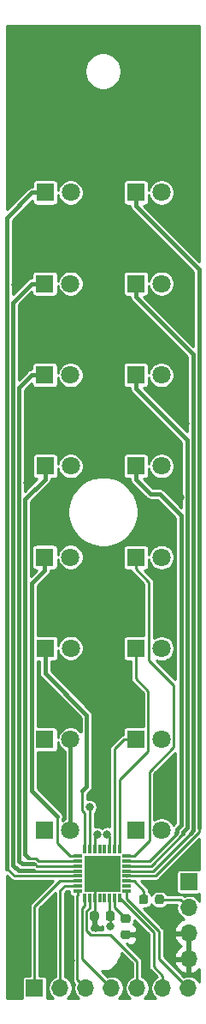
<source format=gbl>
G04 #@! TF.GenerationSoftware,KiCad,Pcbnew,(5.1.6-0-10_14)*
G04 #@! TF.CreationDate,2020-06-29T16:32:02+02:00*
G04 #@! TF.ProjectId,excitation-pcb,65786369-7461-4746-996f-6e2d7063622e,rev?*
G04 #@! TF.SameCoordinates,Original*
G04 #@! TF.FileFunction,Copper,L2,Bot*
G04 #@! TF.FilePolarity,Positive*
%FSLAX46Y46*%
G04 Gerber Fmt 4.6, Leading zero omitted, Abs format (unit mm)*
G04 Created by KiCad (PCBNEW (5.1.6-0-10_14)) date 2020-06-29 16:32:02*
%MOMM*%
%LPD*%
G01*
G04 APERTURE LIST*
G04 #@! TA.AperFunction,ComponentPad*
%ADD10R,1.700000X1.700000*%
G04 #@! TD*
G04 #@! TA.AperFunction,ComponentPad*
%ADD11O,1.700000X1.700000*%
G04 #@! TD*
G04 #@! TA.AperFunction,ComponentPad*
%ADD12R,1.800000X1.800000*%
G04 #@! TD*
G04 #@! TA.AperFunction,ComponentPad*
%ADD13C,1.800000*%
G04 #@! TD*
G04 #@! TA.AperFunction,SMDPad,CuDef*
%ADD14R,0.900000X0.300000*%
G04 #@! TD*
G04 #@! TA.AperFunction,SMDPad,CuDef*
%ADD15R,0.300000X0.900000*%
G04 #@! TD*
G04 #@! TA.AperFunction,SMDPad,CuDef*
%ADD16R,3.550000X3.550000*%
G04 #@! TD*
G04 #@! TA.AperFunction,ViaPad*
%ADD17C,0.800000*%
G04 #@! TD*
G04 #@! TA.AperFunction,Conductor*
%ADD18C,0.250000*%
G04 #@! TD*
G04 #@! TA.AperFunction,Conductor*
%ADD19C,0.400000*%
G04 #@! TD*
G04 #@! TA.AperFunction,Conductor*
%ADD20C,0.254000*%
G04 #@! TD*
G04 APERTURE END LIST*
D10*
X84505800Y-144932400D03*
D11*
X87045800Y-144932400D03*
X89585800Y-144932400D03*
X92125800Y-144932400D03*
X94665800Y-144932400D03*
X97205800Y-144932400D03*
X99745800Y-144932400D03*
X99771200Y-142062200D03*
X99771200Y-139522200D03*
X99771200Y-136982200D03*
D10*
X99771200Y-134442200D03*
G04 #@! TA.AperFunction,SMDPad,CuDef*
G36*
G01*
X92436400Y-137564150D02*
X92436400Y-138076650D01*
G75*
G02*
X92217650Y-138295400I-218750J0D01*
G01*
X91780150Y-138295400D01*
G75*
G02*
X91561400Y-138076650I0J218750D01*
G01*
X91561400Y-137564150D01*
G75*
G02*
X91780150Y-137345400I218750J0D01*
G01*
X92217650Y-137345400D01*
G75*
G02*
X92436400Y-137564150I0J-218750D01*
G01*
G37*
G04 #@! TD.AperFunction*
G04 #@! TA.AperFunction,SMDPad,CuDef*
G36*
G01*
X90861400Y-137564150D02*
X90861400Y-138076650D01*
G75*
G02*
X90642650Y-138295400I-218750J0D01*
G01*
X90205150Y-138295400D01*
G75*
G02*
X89986400Y-138076650I0J218750D01*
G01*
X89986400Y-137564150D01*
G75*
G02*
X90205150Y-137345400I218750J0D01*
G01*
X90642650Y-137345400D01*
G75*
G02*
X90861400Y-137564150I0J-218750D01*
G01*
G37*
G04 #@! TD.AperFunction*
D12*
X85547200Y-66395600D03*
D13*
X88087200Y-66395600D03*
X88061800Y-75387200D03*
D12*
X85521800Y-75387200D03*
X85521800Y-84404200D03*
D13*
X88061800Y-84404200D03*
X88087200Y-93395800D03*
D12*
X85547200Y-93395800D03*
X85521800Y-102387400D03*
D13*
X88061800Y-102387400D03*
X88087200Y-111379000D03*
D12*
X85547200Y-111379000D03*
X85521800Y-120396000D03*
D13*
X88061800Y-120396000D03*
X88061800Y-129387600D03*
D12*
X85521800Y-129387600D03*
X94538800Y-129387600D03*
D13*
X97078800Y-129387600D03*
X97078800Y-120396000D03*
D12*
X94538800Y-120396000D03*
X94538800Y-111404400D03*
D13*
X97078800Y-111404400D03*
X97078800Y-102412800D03*
D12*
X94538800Y-102412800D03*
X94538800Y-93395800D03*
D13*
X97078800Y-93395800D03*
X97053400Y-84404200D03*
D12*
X94513400Y-84404200D03*
X94538800Y-75387200D03*
D13*
X97078800Y-75387200D03*
X97078800Y-66395600D03*
D12*
X94538800Y-66395600D03*
D14*
X88749800Y-135376800D03*
X88749800Y-134876800D03*
X88749800Y-134376800D03*
X88749800Y-133876800D03*
X88749800Y-133376800D03*
X88749800Y-132876800D03*
X88749800Y-132376800D03*
X88749800Y-131876800D03*
D15*
X89449800Y-131176800D03*
X89949800Y-131176800D03*
X90449800Y-131176800D03*
X90949800Y-131176800D03*
X91449800Y-131176800D03*
X91949800Y-131176800D03*
X92449800Y-131176800D03*
X92949800Y-131176800D03*
D14*
X93649800Y-131876800D03*
X93649800Y-132376800D03*
X93649800Y-132876800D03*
X93649800Y-133376800D03*
X93649800Y-133876800D03*
X93649800Y-134376800D03*
X93649800Y-134876800D03*
X93649800Y-135376800D03*
D15*
X92949800Y-136076800D03*
X92449800Y-136076800D03*
X91949800Y-136076800D03*
X91449800Y-136076800D03*
X90949800Y-136076800D03*
X90449800Y-136076800D03*
X89949800Y-136076800D03*
X89449800Y-136076800D03*
D16*
X91199800Y-133626800D03*
G04 #@! TA.AperFunction,SMDPad,CuDef*
G36*
G01*
X93266550Y-137636700D02*
X93779050Y-137636700D01*
G75*
G02*
X93997800Y-137855450I0J-218750D01*
G01*
X93997800Y-138292950D01*
G75*
G02*
X93779050Y-138511700I-218750J0D01*
G01*
X93266550Y-138511700D01*
G75*
G02*
X93047800Y-138292950I0J218750D01*
G01*
X93047800Y-137855450D01*
G75*
G02*
X93266550Y-137636700I218750J0D01*
G01*
G37*
G04 #@! TD.AperFunction*
G04 #@! TA.AperFunction,SMDPad,CuDef*
G36*
G01*
X93266550Y-139211700D02*
X93779050Y-139211700D01*
G75*
G02*
X93997800Y-139430450I0J-218750D01*
G01*
X93997800Y-139867950D01*
G75*
G02*
X93779050Y-140086700I-218750J0D01*
G01*
X93266550Y-140086700D01*
G75*
G02*
X93047800Y-139867950I0J218750D01*
G01*
X93047800Y-139430450D01*
G75*
G02*
X93266550Y-139211700I218750J0D01*
G01*
G37*
G04 #@! TD.AperFunction*
G04 #@! TA.AperFunction,SMDPad,CuDef*
G36*
G01*
X95738200Y-135938550D02*
X95738200Y-136451050D01*
G75*
G02*
X95519450Y-136669800I-218750J0D01*
G01*
X95081950Y-136669800D01*
G75*
G02*
X94863200Y-136451050I0J218750D01*
G01*
X94863200Y-135938550D01*
G75*
G02*
X95081950Y-135719800I218750J0D01*
G01*
X95519450Y-135719800D01*
G75*
G02*
X95738200Y-135938550I0J-218750D01*
G01*
G37*
G04 #@! TD.AperFunction*
G04 #@! TA.AperFunction,SMDPad,CuDef*
G36*
G01*
X97313200Y-135938550D02*
X97313200Y-136451050D01*
G75*
G02*
X97094450Y-136669800I-218750J0D01*
G01*
X96656950Y-136669800D01*
G75*
G02*
X96438200Y-136451050I0J218750D01*
G01*
X96438200Y-135938550D01*
G75*
G02*
X96656950Y-135719800I218750J0D01*
G01*
X97094450Y-135719800D01*
G75*
G02*
X97313200Y-135938550I0J-218750D01*
G01*
G37*
G04 #@! TD.AperFunction*
D17*
X91998800Y-138861800D03*
X92176600Y-134620000D03*
X90195400Y-132613400D03*
X92151200Y-132613400D03*
X90246200Y-134569200D03*
X98145600Y-140716000D03*
X94869000Y-140335000D03*
X93078300Y-142316200D03*
X90576400Y-138963400D03*
X88087200Y-142189200D03*
X87960200Y-139420600D03*
X85775800Y-142290800D03*
X85674200Y-139700000D03*
X85725000Y-137160000D03*
X82448400Y-143205200D03*
X82804000Y-139725400D03*
X82727800Y-135839200D03*
X84607400Y-135102600D03*
X96113600Y-134670800D03*
X100406200Y-131216400D03*
X97790000Y-133781800D03*
X96901000Y-137668000D03*
X86741000Y-118694200D03*
X86817200Y-109601000D03*
X85496400Y-99949000D03*
X85293200Y-90881200D03*
X85166200Y-81788000D03*
X85242400Y-72288400D03*
X85344000Y-64033400D03*
X97104200Y-63855600D03*
X94437200Y-72898000D03*
X94386400Y-81686400D03*
X94411800Y-90347800D03*
X94691200Y-100406200D03*
X94361000Y-108864400D03*
X94208600Y-118160800D03*
X91160600Y-125247400D03*
X91236800Y-107340400D03*
X91160600Y-87147400D03*
X90957400Y-77825600D03*
X90830400Y-69672200D03*
X91236800Y-60020200D03*
X91363800Y-115697000D03*
X91287600Y-119888000D03*
X99796600Y-80086200D03*
X99415600Y-89204800D03*
X98933000Y-96520000D03*
X83820000Y-95046800D03*
X83312000Y-83743800D03*
X82600800Y-75463400D03*
X100076000Y-71602600D03*
X82169000Y-66522600D03*
X89001600Y-115951000D03*
X85369400Y-106680000D03*
X95935800Y-97256600D03*
X84759800Y-97129600D03*
X84251800Y-87274400D03*
X83718400Y-78155800D03*
X83642200Y-68910200D03*
X98374200Y-69011800D03*
X98272600Y-78282800D03*
X97993200Y-87147400D03*
X98094800Y-107340400D03*
X98145600Y-125476000D03*
X91262200Y-128016000D03*
X85242400Y-124993400D03*
X85191600Y-117271800D03*
X89941400Y-127050800D03*
X90703400Y-129743200D03*
X91703355Y-129732544D03*
D18*
X91949800Y-137771300D02*
X91998900Y-137820400D01*
X91949800Y-136076800D02*
X91949800Y-137771300D01*
X98983800Y-136194800D02*
X99771200Y-136982200D01*
X96875700Y-136194800D02*
X98983800Y-136194800D01*
X91998900Y-137820400D02*
X91998900Y-138861700D01*
X91998900Y-138861700D02*
X91998800Y-138861800D01*
X90449800Y-137794500D02*
X90423900Y-137820400D01*
X90449800Y-136076800D02*
X90449800Y-137794500D01*
X90449800Y-134376800D02*
X90449800Y-134376800D01*
X90449800Y-136076800D02*
X90449800Y-134772800D01*
X91188600Y-133626800D02*
X90646199Y-134169201D01*
X90646199Y-134169201D02*
X90246200Y-134569200D01*
X91199800Y-133626800D02*
X91188600Y-133626800D01*
X90449800Y-134772800D02*
X90246200Y-134569200D01*
X90423900Y-138810900D02*
X90576400Y-138963400D01*
X90423900Y-137820400D02*
X90423900Y-138810900D01*
X88749800Y-133876800D02*
X82518000Y-133876800D01*
X82518000Y-133876800D02*
X81788000Y-133146800D01*
D19*
X81765967Y-133124767D02*
X81788000Y-133146800D01*
X81765967Y-68876833D02*
X81765967Y-133124767D01*
X85547200Y-66395600D02*
X84247200Y-66395600D01*
X84247200Y-66395600D02*
X81765967Y-68876833D01*
X88061800Y-128114808D02*
X88061800Y-120396000D01*
X88061800Y-129387600D02*
X88061800Y-128114808D01*
X84221800Y-75387200D02*
X82365978Y-77243022D01*
X82365978Y-77243022D02*
X82365978Y-129355978D01*
X85521800Y-75387200D02*
X84221800Y-75387200D01*
X82365978Y-129355978D02*
X82365978Y-132784978D01*
X82365978Y-132784978D02*
X82905600Y-133324600D01*
X82905600Y-133324600D02*
X84378800Y-133324600D01*
D18*
X84431000Y-133376800D02*
X88749800Y-133376800D01*
X84378800Y-133324600D02*
X84431000Y-133376800D01*
D19*
X82965989Y-85660011D02*
X82965989Y-127847789D01*
X84221800Y-84404200D02*
X82965989Y-85660011D01*
X85521800Y-84404200D02*
X84221800Y-84404200D01*
X82965989Y-127847789D02*
X82965989Y-132368989D01*
X82965989Y-132368989D02*
X83286600Y-132689600D01*
X83286600Y-132689600D02*
X84353400Y-132689600D01*
D18*
X84742389Y-132876800D02*
X84555189Y-132689600D01*
X88749800Y-132876800D02*
X84742389Y-132876800D01*
X84555189Y-132689600D02*
X84353400Y-132689600D01*
D19*
X85547200Y-94695800D02*
X83565999Y-96677001D01*
X85547200Y-93395800D02*
X85547200Y-94695800D01*
X83565999Y-96677001D02*
X83565999Y-126415800D01*
X83565999Y-126415800D02*
X83565999Y-131749799D01*
X83565999Y-131749799D02*
X83870800Y-132054600D01*
D18*
X83980790Y-132164590D02*
X83870800Y-132054600D01*
X84878799Y-132376800D02*
X84666589Y-132164590D01*
X88749800Y-132376800D02*
X84878799Y-132376800D01*
X84666589Y-132164590D02*
X83980790Y-132164590D01*
D19*
X84221799Y-104987401D02*
X84221799Y-125445999D01*
X85521800Y-102387400D02*
X85521800Y-103687400D01*
X85521800Y-103687400D02*
X84221799Y-104987401D01*
X84221799Y-125445999D02*
X86766400Y-127990600D01*
D18*
X88049800Y-131876800D02*
X88749800Y-131876800D01*
X86766400Y-130593400D02*
X88049800Y-131876800D01*
X86766400Y-127990600D02*
X86766400Y-130593400D01*
X89449800Y-131176800D02*
X89449800Y-127632202D01*
X89204800Y-127387202D02*
X89204800Y-125476000D01*
X89449800Y-127632202D02*
X89204800Y-127387202D01*
D19*
X89204800Y-125476000D02*
X89662000Y-125018800D01*
X89662000Y-125018800D02*
X89662000Y-117983000D01*
X85547200Y-113868200D02*
X85547200Y-111379000D01*
X89662000Y-117983000D02*
X85547200Y-113868200D01*
D18*
X89949800Y-127059200D02*
X89941400Y-127050800D01*
X89949800Y-131176800D02*
X89949800Y-127059200D01*
X90449800Y-129996800D02*
X90703400Y-129743200D01*
X90449800Y-131176800D02*
X90449800Y-129996800D01*
X91949800Y-129978989D02*
X91703355Y-129732544D01*
X91949800Y-131176800D02*
X91949800Y-129978989D01*
X92449800Y-130476800D02*
X92456000Y-130470600D01*
X92449800Y-131176800D02*
X92449800Y-130476800D01*
X93388800Y-120396000D02*
X94538800Y-120396000D01*
X92449800Y-121335000D02*
X93388800Y-120396000D01*
X92449800Y-130476800D02*
X92449800Y-121335000D01*
X94538800Y-114401600D02*
X94538800Y-111404400D01*
X95763801Y-115626601D02*
X94538800Y-114401600D01*
X95763801Y-121556001D02*
X95763801Y-115626601D01*
X92949800Y-131176800D02*
X92949800Y-124370002D01*
X92949800Y-124370002D02*
X95763801Y-121556001D01*
X94349800Y-131876800D02*
X93649800Y-131876800D01*
X95853799Y-130372801D02*
X94349800Y-131876800D01*
X95853799Y-123576801D02*
X95853799Y-130372801D01*
X98303801Y-121126799D02*
X95853799Y-123576801D01*
X94538800Y-103562800D02*
X95834200Y-104858200D01*
X95834200Y-112547400D02*
X98303801Y-115017001D01*
X94538800Y-102412800D02*
X94538800Y-103562800D01*
X95834200Y-104858200D02*
X95834200Y-112547400D01*
X98303801Y-115017001D02*
X98303801Y-121126799D01*
X93649800Y-132376800D02*
X95891590Y-132376800D01*
X95891590Y-132376800D02*
X98679000Y-129589390D01*
D19*
X98605199Y-129258202D02*
X98605198Y-129557126D01*
X94538800Y-93395800D02*
X94538800Y-94695800D01*
X98605198Y-129557126D02*
X98523662Y-129638662D01*
X94538800Y-94695800D02*
X95982000Y-96139000D01*
X95982000Y-96139000D02*
X96875600Y-96139000D01*
X96875600Y-96139000D02*
X99009199Y-98272599D01*
X99009199Y-98272599D02*
X99009199Y-128854203D01*
X99009199Y-128854203D02*
X98605199Y-129258202D01*
D18*
X93649800Y-132876800D02*
X96028000Y-132876800D01*
X96028000Y-132876800D02*
X99205207Y-129699593D01*
D19*
X99205207Y-129699593D02*
X99205207Y-129506735D01*
X99205207Y-129506735D02*
X99609210Y-129102733D01*
X99609210Y-90800010D02*
X94513400Y-85704200D01*
X94513400Y-85704200D02*
X94513400Y-84404200D01*
X99609210Y-129102733D02*
X99609210Y-90800010D01*
X100209220Y-82357620D02*
X100209220Y-129381380D01*
X100209220Y-129381380D02*
X99923600Y-129667000D01*
X94538800Y-75387200D02*
X94538800Y-76687200D01*
X94538800Y-76687200D02*
X100209220Y-82357620D01*
D18*
X99898200Y-129749077D02*
X99898200Y-129692400D01*
X93649800Y-133376800D02*
X96270477Y-133376800D01*
X96270477Y-133376800D02*
X99898200Y-129749077D01*
X93649800Y-133876800D02*
X93649800Y-133901799D01*
D19*
X94538800Y-67695600D02*
X100809231Y-73966031D01*
X94538800Y-66395600D02*
X94538800Y-67695600D01*
X100809231Y-73966031D02*
X100809231Y-129104831D01*
X100809231Y-129104831D02*
X100809404Y-129105004D01*
D18*
X96456277Y-133876800D02*
X100787200Y-129545877D01*
X100787200Y-129545877D02*
X100787200Y-129082800D01*
X93649800Y-133876800D02*
X96456277Y-133876800D01*
X88735801Y-144082401D02*
X89585800Y-144932400D01*
X88735801Y-135790799D02*
X88735801Y-144082401D01*
X88749800Y-135776800D02*
X88735801Y-135790799D01*
X88749800Y-135376800D02*
X88749800Y-135776800D01*
X87045800Y-143730319D02*
X87045800Y-144932400D01*
X87045800Y-135305800D02*
X87045800Y-143730319D01*
X88749800Y-134876800D02*
X87474800Y-134876800D01*
X87474800Y-134876800D02*
X87045800Y-135305800D01*
X84505800Y-143832400D02*
X84505800Y-144932400D01*
X84505800Y-136880600D02*
X84505800Y-143832400D01*
X88749800Y-134376800D02*
X87009600Y-134376800D01*
X87009600Y-134376800D02*
X84505800Y-136880600D01*
X94349800Y-134376800D02*
X93649800Y-134376800D01*
X95300700Y-135327700D02*
X94349800Y-134376800D01*
X95300700Y-136194800D02*
X95300700Y-135327700D01*
X93649800Y-135776800D02*
X93649800Y-135376800D01*
X93649800Y-136140389D02*
X93649800Y-135776800D01*
X99745800Y-144932400D02*
X96850200Y-142036800D01*
X96850200Y-139340789D02*
X93649800Y-136140389D01*
X96850200Y-142036800D02*
X96850200Y-139340789D01*
X97205800Y-143730319D02*
X97205800Y-144932400D01*
X96291400Y-142815919D02*
X97205800Y-143730319D01*
X92949800Y-136076800D02*
X96291400Y-139418400D01*
X96291400Y-139418400D02*
X96291400Y-142815919D01*
X92449800Y-137001200D02*
X93522800Y-138074200D01*
X92449800Y-136076800D02*
X92449800Y-137001200D01*
X94665800Y-142290800D02*
X94665800Y-144932400D01*
X92020144Y-139645144D02*
X94665800Y-142290800D01*
X89949800Y-137050506D02*
X89661390Y-137338916D01*
X90013544Y-139645144D02*
X92020144Y-139645144D01*
X89949800Y-136076800D02*
X89949800Y-137050506D01*
X89661390Y-137338916D02*
X89661390Y-139292990D01*
X89661390Y-139292990D02*
X90013544Y-139645144D01*
X89211379Y-137015221D02*
X89211379Y-142017979D01*
X89449800Y-136076800D02*
X89449800Y-136776800D01*
X89211379Y-142017979D02*
X91275801Y-144082401D01*
X89449800Y-136776800D02*
X89211379Y-137015221D01*
X91275801Y-144082401D02*
X92125800Y-144932400D01*
D20*
G36*
X82145603Y-134214338D02*
G01*
X82161316Y-134233484D01*
X82237755Y-134296217D01*
X82324964Y-134342831D01*
X82419591Y-134371536D01*
X82493347Y-134378800D01*
X82493357Y-134378800D01*
X82518000Y-134381227D01*
X82542643Y-134378800D01*
X86297665Y-134378800D01*
X84168268Y-136508198D01*
X84149116Y-136523916D01*
X84086383Y-136600355D01*
X84039769Y-136687565D01*
X84011064Y-136782192D01*
X84003800Y-136855948D01*
X84003800Y-136855957D01*
X84001373Y-136880600D01*
X84003800Y-136905243D01*
X84003801Y-143703576D01*
X83655800Y-143703576D01*
X83581895Y-143710855D01*
X83510830Y-143732412D01*
X83445337Y-143767419D01*
X83387931Y-143814531D01*
X83340819Y-143871937D01*
X83305812Y-143937430D01*
X83284255Y-144008495D01*
X83276976Y-144082400D01*
X83276976Y-145782400D01*
X83284255Y-145856305D01*
X83305812Y-145927370D01*
X83316131Y-145946675D01*
X81741589Y-145946675D01*
X81741589Y-133810323D01*
X82145603Y-134214338D01*
G37*
X82145603Y-134214338D02*
X82161316Y-134233484D01*
X82237755Y-134296217D01*
X82324964Y-134342831D01*
X82419591Y-134371536D01*
X82493347Y-134378800D01*
X82493357Y-134378800D01*
X82518000Y-134381227D01*
X82542643Y-134378800D01*
X86297665Y-134378800D01*
X84168268Y-136508198D01*
X84149116Y-136523916D01*
X84086383Y-136600355D01*
X84039769Y-136687565D01*
X84011064Y-136782192D01*
X84003800Y-136855948D01*
X84003800Y-136855957D01*
X84001373Y-136880600D01*
X84003800Y-136905243D01*
X84003801Y-143703576D01*
X83655800Y-143703576D01*
X83581895Y-143710855D01*
X83510830Y-143732412D01*
X83445337Y-143767419D01*
X83387931Y-143814531D01*
X83340819Y-143871937D01*
X83305812Y-143937430D01*
X83284255Y-144008495D01*
X83276976Y-144082400D01*
X83276976Y-145782400D01*
X83284255Y-145856305D01*
X83305812Y-145927370D01*
X83316131Y-145946675D01*
X81741589Y-145946675D01*
X81741589Y-133810323D01*
X82145603Y-134214338D01*
G36*
X86543801Y-143705657D02*
G01*
X86543800Y-143705667D01*
X86543800Y-143812240D01*
X86464598Y-143845047D01*
X86263633Y-143979327D01*
X86092727Y-144150233D01*
X85958447Y-144351198D01*
X85865953Y-144574497D01*
X85818800Y-144811551D01*
X85818800Y-145053249D01*
X85865953Y-145290303D01*
X85958447Y-145513602D01*
X86092727Y-145714567D01*
X86263633Y-145885473D01*
X86355229Y-145946675D01*
X85695469Y-145946675D01*
X85705788Y-145927370D01*
X85727345Y-145856305D01*
X85734624Y-145782400D01*
X85734624Y-144082400D01*
X85727345Y-144008495D01*
X85705788Y-143937430D01*
X85670781Y-143871937D01*
X85623669Y-143814531D01*
X85566263Y-143767419D01*
X85500770Y-143732412D01*
X85429705Y-143710855D01*
X85355800Y-143703576D01*
X85007800Y-143703576D01*
X85007800Y-137088534D01*
X86543800Y-135552535D01*
X86543801Y-143705657D01*
G37*
X86543801Y-143705657D02*
X86543800Y-143705667D01*
X86543800Y-143812240D01*
X86464598Y-143845047D01*
X86263633Y-143979327D01*
X86092727Y-144150233D01*
X85958447Y-144351198D01*
X85865953Y-144574497D01*
X85818800Y-144811551D01*
X85818800Y-145053249D01*
X85865953Y-145290303D01*
X85958447Y-145513602D01*
X86092727Y-145714567D01*
X86263633Y-145885473D01*
X86355229Y-145946675D01*
X85695469Y-145946675D01*
X85705788Y-145927370D01*
X85727345Y-145856305D01*
X85734624Y-145782400D01*
X85734624Y-144082400D01*
X85727345Y-144008495D01*
X85705788Y-143937430D01*
X85670781Y-143871937D01*
X85623669Y-143814531D01*
X85566263Y-143767419D01*
X85500770Y-143732412D01*
X85429705Y-143710855D01*
X85355800Y-143703576D01*
X85007800Y-143703576D01*
X85007800Y-137088534D01*
X86543800Y-135552535D01*
X86543801Y-143705657D01*
G36*
X87920976Y-135526800D02*
G01*
X87928255Y-135600705D01*
X87949812Y-135671770D01*
X87984819Y-135737263D01*
X88031931Y-135794669D01*
X88089337Y-135841781D01*
X88154830Y-135876788D01*
X88225895Y-135898345D01*
X88233801Y-135899124D01*
X88233802Y-144057748D01*
X88231374Y-144082401D01*
X88241066Y-144180810D01*
X88269771Y-144275437D01*
X88316385Y-144362646D01*
X88363402Y-144419936D01*
X88363405Y-144419939D01*
X88379118Y-144439085D01*
X88398264Y-144454798D01*
X88438760Y-144495294D01*
X88405953Y-144574497D01*
X88358800Y-144811551D01*
X88358800Y-145053249D01*
X88405953Y-145290303D01*
X88498447Y-145513602D01*
X88632727Y-145714567D01*
X88803633Y-145885473D01*
X88895229Y-145946675D01*
X87736371Y-145946675D01*
X87827967Y-145885473D01*
X87998873Y-145714567D01*
X88133153Y-145513602D01*
X88225647Y-145290303D01*
X88272800Y-145053249D01*
X88272800Y-144811551D01*
X88225647Y-144574497D01*
X88133153Y-144351198D01*
X87998873Y-144150233D01*
X87827967Y-143979327D01*
X87627002Y-143845047D01*
X87547800Y-143812240D01*
X87547800Y-135513735D01*
X87682735Y-135378800D01*
X87920976Y-135378800D01*
X87920976Y-135526800D01*
G37*
X87920976Y-135526800D02*
X87928255Y-135600705D01*
X87949812Y-135671770D01*
X87984819Y-135737263D01*
X88031931Y-135794669D01*
X88089337Y-135841781D01*
X88154830Y-135876788D01*
X88225895Y-135898345D01*
X88233801Y-135899124D01*
X88233802Y-144057748D01*
X88231374Y-144082401D01*
X88241066Y-144180810D01*
X88269771Y-144275437D01*
X88316385Y-144362646D01*
X88363402Y-144419936D01*
X88363405Y-144419939D01*
X88379118Y-144439085D01*
X88398264Y-144454798D01*
X88438760Y-144495294D01*
X88405953Y-144574497D01*
X88358800Y-144811551D01*
X88358800Y-145053249D01*
X88405953Y-145290303D01*
X88498447Y-145513602D01*
X88632727Y-145714567D01*
X88803633Y-145885473D01*
X88895229Y-145946675D01*
X87736371Y-145946675D01*
X87827967Y-145885473D01*
X87998873Y-145714567D01*
X88133153Y-145513602D01*
X88225647Y-145290303D01*
X88272800Y-145053249D01*
X88272800Y-144811551D01*
X88225647Y-144574497D01*
X88133153Y-144351198D01*
X87998873Y-144150233D01*
X87827967Y-143979327D01*
X87627002Y-143845047D01*
X87547800Y-143812240D01*
X87547800Y-135513735D01*
X87682735Y-135378800D01*
X87920976Y-135378800D01*
X87920976Y-135526800D01*
G36*
X94163800Y-142498736D02*
G01*
X94163801Y-143812240D01*
X94084598Y-143845047D01*
X93883633Y-143979327D01*
X93712727Y-144150233D01*
X93578447Y-144351198D01*
X93485953Y-144574497D01*
X93438800Y-144811551D01*
X93438800Y-145053249D01*
X93485953Y-145290303D01*
X93578447Y-145513602D01*
X93712727Y-145714567D01*
X93883633Y-145885473D01*
X93975229Y-145946675D01*
X92816371Y-145946675D01*
X92907967Y-145885473D01*
X93078873Y-145714567D01*
X93213153Y-145513602D01*
X93305647Y-145290303D01*
X93352800Y-145053249D01*
X93352800Y-144811551D01*
X93305647Y-144574497D01*
X93213153Y-144351198D01*
X93078873Y-144150233D01*
X92907967Y-143979327D01*
X92707002Y-143845047D01*
X92483703Y-143752553D01*
X92246649Y-143705400D01*
X92004951Y-143705400D01*
X91767897Y-143752553D01*
X91688694Y-143785360D01*
X91648210Y-143744876D01*
X91648201Y-143744865D01*
X91165117Y-143261781D01*
X91468040Y-143261781D01*
X91823158Y-143191144D01*
X92157672Y-143052584D01*
X92458726Y-142851425D01*
X92714752Y-142595399D01*
X92915911Y-142294345D01*
X93054471Y-141959831D01*
X93125108Y-141604713D01*
X93125108Y-141460043D01*
X94163800Y-142498736D01*
G37*
X94163800Y-142498736D02*
X94163801Y-143812240D01*
X94084598Y-143845047D01*
X93883633Y-143979327D01*
X93712727Y-144150233D01*
X93578447Y-144351198D01*
X93485953Y-144574497D01*
X93438800Y-144811551D01*
X93438800Y-145053249D01*
X93485953Y-145290303D01*
X93578447Y-145513602D01*
X93712727Y-145714567D01*
X93883633Y-145885473D01*
X93975229Y-145946675D01*
X92816371Y-145946675D01*
X92907967Y-145885473D01*
X93078873Y-145714567D01*
X93213153Y-145513602D01*
X93305647Y-145290303D01*
X93352800Y-145053249D01*
X93352800Y-144811551D01*
X93305647Y-144574497D01*
X93213153Y-144351198D01*
X93078873Y-144150233D01*
X92907967Y-143979327D01*
X92707002Y-143845047D01*
X92483703Y-143752553D01*
X92246649Y-143705400D01*
X92004951Y-143705400D01*
X91767897Y-143752553D01*
X91688694Y-143785360D01*
X91648210Y-143744876D01*
X91648201Y-143744865D01*
X91165117Y-143261781D01*
X91468040Y-143261781D01*
X91823158Y-143191144D01*
X92157672Y-143052584D01*
X92458726Y-142851425D01*
X92714752Y-142595399D01*
X92915911Y-142294345D01*
X93054471Y-141959831D01*
X93125108Y-141604713D01*
X93125108Y-141460043D01*
X94163800Y-142498736D01*
G36*
X95789400Y-139626335D02*
G01*
X95789401Y-142791266D01*
X95786973Y-142815919D01*
X95796665Y-142914328D01*
X95825370Y-143008955D01*
X95871984Y-143096164D01*
X95919001Y-143153454D01*
X95919004Y-143153457D01*
X95934717Y-143172603D01*
X95953863Y-143188316D01*
X96616203Y-143850656D01*
X96423633Y-143979327D01*
X96252727Y-144150233D01*
X96118447Y-144351198D01*
X96025953Y-144574497D01*
X95978800Y-144811551D01*
X95978800Y-145053249D01*
X96025953Y-145290303D01*
X96118447Y-145513602D01*
X96252727Y-145714567D01*
X96423633Y-145885473D01*
X96515229Y-145946675D01*
X95356371Y-145946675D01*
X95447967Y-145885473D01*
X95618873Y-145714567D01*
X95753153Y-145513602D01*
X95845647Y-145290303D01*
X95892800Y-145053249D01*
X95892800Y-144811551D01*
X95845647Y-144574497D01*
X95753153Y-144351198D01*
X95618873Y-144150233D01*
X95447967Y-143979327D01*
X95247002Y-143845047D01*
X95167800Y-143812240D01*
X95167800Y-142315445D01*
X95170227Y-142290800D01*
X95167800Y-142266154D01*
X95167800Y-142266147D01*
X95160536Y-142192391D01*
X95137481Y-142116388D01*
X95131831Y-142097763D01*
X95085217Y-142010554D01*
X95038200Y-141953264D01*
X95038192Y-141953256D01*
X95022484Y-141934116D01*
X95003343Y-141918407D01*
X93649802Y-140564867D01*
X93649802Y-140562952D01*
X93808550Y-140721700D01*
X93997800Y-140724772D01*
X94122282Y-140712512D01*
X94241980Y-140676202D01*
X94352294Y-140617237D01*
X94448985Y-140537885D01*
X94528337Y-140441194D01*
X94587302Y-140330880D01*
X94623612Y-140211182D01*
X94635872Y-140086700D01*
X94632800Y-139934950D01*
X94474050Y-139776200D01*
X93649800Y-139776200D01*
X93649800Y-139796200D01*
X93395800Y-139796200D01*
X93395800Y-139776200D01*
X93375800Y-139776200D01*
X93375800Y-139522200D01*
X93395800Y-139522200D01*
X93395800Y-139502200D01*
X93649800Y-139502200D01*
X93649800Y-139522200D01*
X94474050Y-139522200D01*
X94632800Y-139363450D01*
X94635872Y-139211700D01*
X94623612Y-139087218D01*
X94587302Y-138967520D01*
X94528337Y-138857206D01*
X94448985Y-138760515D01*
X94352294Y-138681163D01*
X94267134Y-138635643D01*
X94275915Y-138624944D01*
X94331136Y-138521632D01*
X94365142Y-138409531D01*
X94376624Y-138292950D01*
X94376624Y-138213559D01*
X95789400Y-139626335D01*
G37*
X95789400Y-139626335D02*
X95789401Y-142791266D01*
X95786973Y-142815919D01*
X95796665Y-142914328D01*
X95825370Y-143008955D01*
X95871984Y-143096164D01*
X95919001Y-143153454D01*
X95919004Y-143153457D01*
X95934717Y-143172603D01*
X95953863Y-143188316D01*
X96616203Y-143850656D01*
X96423633Y-143979327D01*
X96252727Y-144150233D01*
X96118447Y-144351198D01*
X96025953Y-144574497D01*
X95978800Y-144811551D01*
X95978800Y-145053249D01*
X96025953Y-145290303D01*
X96118447Y-145513602D01*
X96252727Y-145714567D01*
X96423633Y-145885473D01*
X96515229Y-145946675D01*
X95356371Y-145946675D01*
X95447967Y-145885473D01*
X95618873Y-145714567D01*
X95753153Y-145513602D01*
X95845647Y-145290303D01*
X95892800Y-145053249D01*
X95892800Y-144811551D01*
X95845647Y-144574497D01*
X95753153Y-144351198D01*
X95618873Y-144150233D01*
X95447967Y-143979327D01*
X95247002Y-143845047D01*
X95167800Y-143812240D01*
X95167800Y-142315445D01*
X95170227Y-142290800D01*
X95167800Y-142266154D01*
X95167800Y-142266147D01*
X95160536Y-142192391D01*
X95137481Y-142116388D01*
X95131831Y-142097763D01*
X95085217Y-142010554D01*
X95038200Y-141953264D01*
X95038192Y-141953256D01*
X95022484Y-141934116D01*
X95003343Y-141918407D01*
X93649802Y-140564867D01*
X93649802Y-140562952D01*
X93808550Y-140721700D01*
X93997800Y-140724772D01*
X94122282Y-140712512D01*
X94241980Y-140676202D01*
X94352294Y-140617237D01*
X94448985Y-140537885D01*
X94528337Y-140441194D01*
X94587302Y-140330880D01*
X94623612Y-140211182D01*
X94635872Y-140086700D01*
X94632800Y-139934950D01*
X94474050Y-139776200D01*
X93649800Y-139776200D01*
X93649800Y-139796200D01*
X93395800Y-139796200D01*
X93395800Y-139776200D01*
X93375800Y-139776200D01*
X93375800Y-139522200D01*
X93395800Y-139522200D01*
X93395800Y-139502200D01*
X93649800Y-139502200D01*
X93649800Y-139522200D01*
X94474050Y-139522200D01*
X94632800Y-139363450D01*
X94635872Y-139211700D01*
X94623612Y-139087218D01*
X94587302Y-138967520D01*
X94528337Y-138857206D01*
X94448985Y-138760515D01*
X94352294Y-138681163D01*
X94267134Y-138635643D01*
X94275915Y-138624944D01*
X94331136Y-138521632D01*
X94365142Y-138409531D01*
X94376624Y-138292950D01*
X94376624Y-138213559D01*
X95789400Y-139626335D01*
G36*
X96104864Y-136679732D02*
G01*
X96160085Y-136783044D01*
X96234401Y-136873599D01*
X96324956Y-136947915D01*
X96428268Y-137003136D01*
X96540369Y-137037142D01*
X96656950Y-137048624D01*
X97094450Y-137048624D01*
X97211031Y-137037142D01*
X97323132Y-137003136D01*
X97426444Y-136947915D01*
X97516999Y-136873599D01*
X97591315Y-136783044D01*
X97637413Y-136696800D01*
X98576931Y-136696800D01*
X98544200Y-136861351D01*
X98544200Y-137103049D01*
X98591353Y-137340103D01*
X98683847Y-137563402D01*
X98818127Y-137764367D01*
X98989033Y-137935273D01*
X99189998Y-138069553D01*
X99307998Y-138118431D01*
X99139948Y-138178043D01*
X98889845Y-138327022D01*
X98673612Y-138521931D01*
X98499559Y-138755280D01*
X98374375Y-139018101D01*
X98329724Y-139165310D01*
X98451045Y-139395200D01*
X99644200Y-139395200D01*
X99644200Y-139375200D01*
X99898200Y-139375200D01*
X99898200Y-139395200D01*
X99918200Y-139395200D01*
X99918200Y-139649200D01*
X99898200Y-139649200D01*
X99898200Y-141935200D01*
X99918200Y-141935200D01*
X99918200Y-142189200D01*
X99898200Y-142189200D01*
X99898200Y-143383014D01*
X100128091Y-143503681D01*
X100402452Y-143406357D01*
X100652555Y-143257378D01*
X100832414Y-143095256D01*
X100832414Y-144350092D01*
X100698873Y-144150233D01*
X100527967Y-143979327D01*
X100327002Y-143845047D01*
X100103703Y-143752553D01*
X99866649Y-143705400D01*
X99624951Y-143705400D01*
X99387897Y-143752553D01*
X99308695Y-143785360D01*
X97942425Y-142419090D01*
X98329724Y-142419090D01*
X98374375Y-142566299D01*
X98499559Y-142829120D01*
X98673612Y-143062469D01*
X98889845Y-143257378D01*
X99139948Y-143406357D01*
X99414309Y-143503681D01*
X99644200Y-143383014D01*
X99644200Y-142189200D01*
X98451045Y-142189200D01*
X98329724Y-142419090D01*
X97942425Y-142419090D01*
X97352200Y-141828866D01*
X97352200Y-139879090D01*
X98329724Y-139879090D01*
X98374375Y-140026299D01*
X98499559Y-140289120D01*
X98673612Y-140522469D01*
X98889845Y-140717378D01*
X99015455Y-140792200D01*
X98889845Y-140867022D01*
X98673612Y-141061931D01*
X98499559Y-141295280D01*
X98374375Y-141558101D01*
X98329724Y-141705310D01*
X98451045Y-141935200D01*
X99644200Y-141935200D01*
X99644200Y-139649200D01*
X98451045Y-139649200D01*
X98329724Y-139879090D01*
X97352200Y-139879090D01*
X97352200Y-139365431D01*
X97354627Y-139340788D01*
X97352200Y-139316145D01*
X97352200Y-139316136D01*
X97344936Y-139242380D01*
X97316231Y-139147753D01*
X97269617Y-139060544D01*
X97253939Y-139041441D01*
X97222599Y-139003253D01*
X97222597Y-139003251D01*
X97206884Y-138984105D01*
X97187738Y-138968392D01*
X95267969Y-137048624D01*
X95519450Y-137048624D01*
X95636031Y-137037142D01*
X95748132Y-137003136D01*
X95851444Y-136947915D01*
X95941999Y-136873599D01*
X96016315Y-136783044D01*
X96071536Y-136679732D01*
X96088200Y-136624799D01*
X96104864Y-136679732D01*
G37*
X96104864Y-136679732D02*
X96160085Y-136783044D01*
X96234401Y-136873599D01*
X96324956Y-136947915D01*
X96428268Y-137003136D01*
X96540369Y-137037142D01*
X96656950Y-137048624D01*
X97094450Y-137048624D01*
X97211031Y-137037142D01*
X97323132Y-137003136D01*
X97426444Y-136947915D01*
X97516999Y-136873599D01*
X97591315Y-136783044D01*
X97637413Y-136696800D01*
X98576931Y-136696800D01*
X98544200Y-136861351D01*
X98544200Y-137103049D01*
X98591353Y-137340103D01*
X98683847Y-137563402D01*
X98818127Y-137764367D01*
X98989033Y-137935273D01*
X99189998Y-138069553D01*
X99307998Y-138118431D01*
X99139948Y-138178043D01*
X98889845Y-138327022D01*
X98673612Y-138521931D01*
X98499559Y-138755280D01*
X98374375Y-139018101D01*
X98329724Y-139165310D01*
X98451045Y-139395200D01*
X99644200Y-139395200D01*
X99644200Y-139375200D01*
X99898200Y-139375200D01*
X99898200Y-139395200D01*
X99918200Y-139395200D01*
X99918200Y-139649200D01*
X99898200Y-139649200D01*
X99898200Y-141935200D01*
X99918200Y-141935200D01*
X99918200Y-142189200D01*
X99898200Y-142189200D01*
X99898200Y-143383014D01*
X100128091Y-143503681D01*
X100402452Y-143406357D01*
X100652555Y-143257378D01*
X100832414Y-143095256D01*
X100832414Y-144350092D01*
X100698873Y-144150233D01*
X100527967Y-143979327D01*
X100327002Y-143845047D01*
X100103703Y-143752553D01*
X99866649Y-143705400D01*
X99624951Y-143705400D01*
X99387897Y-143752553D01*
X99308695Y-143785360D01*
X97942425Y-142419090D01*
X98329724Y-142419090D01*
X98374375Y-142566299D01*
X98499559Y-142829120D01*
X98673612Y-143062469D01*
X98889845Y-143257378D01*
X99139948Y-143406357D01*
X99414309Y-143503681D01*
X99644200Y-143383014D01*
X99644200Y-142189200D01*
X98451045Y-142189200D01*
X98329724Y-142419090D01*
X97942425Y-142419090D01*
X97352200Y-141828866D01*
X97352200Y-139879090D01*
X98329724Y-139879090D01*
X98374375Y-140026299D01*
X98499559Y-140289120D01*
X98673612Y-140522469D01*
X98889845Y-140717378D01*
X99015455Y-140792200D01*
X98889845Y-140867022D01*
X98673612Y-141061931D01*
X98499559Y-141295280D01*
X98374375Y-141558101D01*
X98329724Y-141705310D01*
X98451045Y-141935200D01*
X99644200Y-141935200D01*
X99644200Y-139649200D01*
X98451045Y-139649200D01*
X98329724Y-139879090D01*
X97352200Y-139879090D01*
X97352200Y-139365431D01*
X97354627Y-139340788D01*
X97352200Y-139316145D01*
X97352200Y-139316136D01*
X97344936Y-139242380D01*
X97316231Y-139147753D01*
X97269617Y-139060544D01*
X97253939Y-139041441D01*
X97222599Y-139003253D01*
X97222597Y-139003251D01*
X97206884Y-138984105D01*
X97187738Y-138968392D01*
X95267969Y-137048624D01*
X95519450Y-137048624D01*
X95636031Y-137037142D01*
X95748132Y-137003136D01*
X95851444Y-136947915D01*
X95941999Y-136873599D01*
X96016315Y-136783044D01*
X96071536Y-136679732D01*
X96088200Y-136624799D01*
X96104864Y-136679732D01*
G36*
X90550900Y-137693400D02*
G01*
X90570900Y-137693400D01*
X90570900Y-137947400D01*
X90550900Y-137947400D01*
X90550900Y-138771650D01*
X90709650Y-138930400D01*
X90861400Y-138933472D01*
X90985882Y-138921212D01*
X91105580Y-138884902D01*
X91215894Y-138825937D01*
X91221800Y-138821090D01*
X91221800Y-138938328D01*
X91251659Y-139088443D01*
X91274317Y-139143144D01*
X90221479Y-139143144D01*
X90163390Y-139085056D01*
X90163390Y-138905160D01*
X90296900Y-138771650D01*
X90296900Y-137947400D01*
X90276900Y-137947400D01*
X90276900Y-137693400D01*
X90296900Y-137693400D01*
X90296900Y-137673400D01*
X90550900Y-137673400D01*
X90550900Y-137693400D01*
G37*
X90550900Y-137693400D02*
X90570900Y-137693400D01*
X90570900Y-137947400D01*
X90550900Y-137947400D01*
X90550900Y-138771650D01*
X90709650Y-138930400D01*
X90861400Y-138933472D01*
X90985882Y-138921212D01*
X91105580Y-138884902D01*
X91215894Y-138825937D01*
X91221800Y-138821090D01*
X91221800Y-138938328D01*
X91251659Y-139088443D01*
X91274317Y-139143144D01*
X90221479Y-139143144D01*
X90163390Y-139085056D01*
X90163390Y-138905160D01*
X90296900Y-138771650D01*
X90296900Y-137947400D01*
X90276900Y-137947400D01*
X90276900Y-137693400D01*
X90296900Y-137693400D01*
X90296900Y-137673400D01*
X90550900Y-137673400D01*
X90550900Y-137693400D01*
G36*
X100832414Y-133277835D02*
G01*
X100831663Y-133277219D01*
X100766170Y-133242212D01*
X100695105Y-133220655D01*
X100621200Y-133213376D01*
X98921200Y-133213376D01*
X98847295Y-133220655D01*
X98776230Y-133242212D01*
X98710737Y-133277219D01*
X98653331Y-133324331D01*
X98606219Y-133381737D01*
X98571212Y-133447230D01*
X98549655Y-133518295D01*
X98542376Y-133592200D01*
X98542376Y-135292200D01*
X98549655Y-135366105D01*
X98571212Y-135437170D01*
X98606219Y-135502663D01*
X98653331Y-135560069D01*
X98710737Y-135607181D01*
X98776230Y-135642188D01*
X98847295Y-135663745D01*
X98921200Y-135671024D01*
X100621200Y-135671024D01*
X100695105Y-135663745D01*
X100766170Y-135642188D01*
X100831663Y-135607181D01*
X100832414Y-135606565D01*
X100832414Y-136361878D01*
X100724273Y-136200033D01*
X100553367Y-136029127D01*
X100352402Y-135894847D01*
X100129103Y-135802353D01*
X99892049Y-135755200D01*
X99650351Y-135755200D01*
X99413297Y-135802353D01*
X99335947Y-135834393D01*
X99264045Y-135775383D01*
X99176836Y-135728769D01*
X99082209Y-135700064D01*
X99008453Y-135692800D01*
X99008443Y-135692800D01*
X98983800Y-135690373D01*
X98959157Y-135692800D01*
X97637413Y-135692800D01*
X97591315Y-135606556D01*
X97516999Y-135516001D01*
X97426444Y-135441685D01*
X97323132Y-135386464D01*
X97211031Y-135352458D01*
X97094450Y-135340976D01*
X96656950Y-135340976D01*
X96540369Y-135352458D01*
X96428268Y-135386464D01*
X96324956Y-135441685D01*
X96234401Y-135516001D01*
X96160085Y-135606556D01*
X96104864Y-135709868D01*
X96088200Y-135764801D01*
X96071536Y-135709868D01*
X96016315Y-135606556D01*
X95941999Y-135516001D01*
X95851444Y-135441685D01*
X95802700Y-135415631D01*
X95802700Y-135352343D01*
X95805127Y-135327700D01*
X95802700Y-135303057D01*
X95802700Y-135303047D01*
X95795436Y-135229291D01*
X95766731Y-135134664D01*
X95738491Y-135081830D01*
X95720117Y-135047454D01*
X95673100Y-134990164D01*
X95673092Y-134990156D01*
X95657384Y-134971016D01*
X95638243Y-134955307D01*
X95061735Y-134378800D01*
X96431634Y-134378800D01*
X96456277Y-134381227D01*
X96480920Y-134378800D01*
X96480930Y-134378800D01*
X96554686Y-134371536D01*
X96649313Y-134342831D01*
X96736522Y-134296217D01*
X96812961Y-134233484D01*
X96828679Y-134214332D01*
X100832414Y-130210598D01*
X100832414Y-133277835D01*
G37*
X100832414Y-133277835D02*
X100831663Y-133277219D01*
X100766170Y-133242212D01*
X100695105Y-133220655D01*
X100621200Y-133213376D01*
X98921200Y-133213376D01*
X98847295Y-133220655D01*
X98776230Y-133242212D01*
X98710737Y-133277219D01*
X98653331Y-133324331D01*
X98606219Y-133381737D01*
X98571212Y-133447230D01*
X98549655Y-133518295D01*
X98542376Y-133592200D01*
X98542376Y-135292200D01*
X98549655Y-135366105D01*
X98571212Y-135437170D01*
X98606219Y-135502663D01*
X98653331Y-135560069D01*
X98710737Y-135607181D01*
X98776230Y-135642188D01*
X98847295Y-135663745D01*
X98921200Y-135671024D01*
X100621200Y-135671024D01*
X100695105Y-135663745D01*
X100766170Y-135642188D01*
X100831663Y-135607181D01*
X100832414Y-135606565D01*
X100832414Y-136361878D01*
X100724273Y-136200033D01*
X100553367Y-136029127D01*
X100352402Y-135894847D01*
X100129103Y-135802353D01*
X99892049Y-135755200D01*
X99650351Y-135755200D01*
X99413297Y-135802353D01*
X99335947Y-135834393D01*
X99264045Y-135775383D01*
X99176836Y-135728769D01*
X99082209Y-135700064D01*
X99008453Y-135692800D01*
X99008443Y-135692800D01*
X98983800Y-135690373D01*
X98959157Y-135692800D01*
X97637413Y-135692800D01*
X97591315Y-135606556D01*
X97516999Y-135516001D01*
X97426444Y-135441685D01*
X97323132Y-135386464D01*
X97211031Y-135352458D01*
X97094450Y-135340976D01*
X96656950Y-135340976D01*
X96540369Y-135352458D01*
X96428268Y-135386464D01*
X96324956Y-135441685D01*
X96234401Y-135516001D01*
X96160085Y-135606556D01*
X96104864Y-135709868D01*
X96088200Y-135764801D01*
X96071536Y-135709868D01*
X96016315Y-135606556D01*
X95941999Y-135516001D01*
X95851444Y-135441685D01*
X95802700Y-135415631D01*
X95802700Y-135352343D01*
X95805127Y-135327700D01*
X95802700Y-135303057D01*
X95802700Y-135303047D01*
X95795436Y-135229291D01*
X95766731Y-135134664D01*
X95738491Y-135081830D01*
X95720117Y-135047454D01*
X95673100Y-134990164D01*
X95673092Y-134990156D01*
X95657384Y-134971016D01*
X95638243Y-134955307D01*
X95061735Y-134378800D01*
X96431634Y-134378800D01*
X96456277Y-134381227D01*
X96480920Y-134378800D01*
X96480930Y-134378800D01*
X96554686Y-134371536D01*
X96649313Y-134342831D01*
X96736522Y-134296217D01*
X96812961Y-134233484D01*
X96828679Y-134214332D01*
X100832414Y-130210598D01*
X100832414Y-133277835D01*
G36*
X91326800Y-133499800D02*
G01*
X91346800Y-133499800D01*
X91346800Y-133753800D01*
X91326800Y-133753800D01*
X91326800Y-133773800D01*
X91072800Y-133773800D01*
X91072800Y-133753800D01*
X91052800Y-133753800D01*
X91052800Y-133499800D01*
X91072800Y-133499800D01*
X91072800Y-133479800D01*
X91326800Y-133479800D01*
X91326800Y-133499800D01*
G37*
X91326800Y-133499800D02*
X91346800Y-133499800D01*
X91346800Y-133753800D01*
X91326800Y-133753800D01*
X91326800Y-133773800D01*
X91072800Y-133773800D01*
X91072800Y-133753800D01*
X91052800Y-133753800D01*
X91052800Y-133499800D01*
X91072800Y-133499800D01*
X91072800Y-133479800D01*
X91326800Y-133479800D01*
X91326800Y-133499800D01*
G36*
X100832415Y-73173214D02*
G01*
X95333625Y-67674424D01*
X95438800Y-67674424D01*
X95512705Y-67667145D01*
X95583770Y-67645588D01*
X95649263Y-67610581D01*
X95706669Y-67563469D01*
X95753781Y-67506063D01*
X95788788Y-67440570D01*
X95810345Y-67369505D01*
X95817624Y-67295600D01*
X95817624Y-66600927D01*
X95850874Y-66768087D01*
X95947137Y-67000486D01*
X96086889Y-67209640D01*
X96264760Y-67387511D01*
X96473914Y-67527263D01*
X96706313Y-67623526D01*
X96953026Y-67672600D01*
X97204574Y-67672600D01*
X97451287Y-67623526D01*
X97683686Y-67527263D01*
X97892840Y-67387511D01*
X98070711Y-67209640D01*
X98210463Y-67000486D01*
X98306726Y-66768087D01*
X98355800Y-66521374D01*
X98355800Y-66269826D01*
X98306726Y-66023113D01*
X98210463Y-65790714D01*
X98070711Y-65581560D01*
X97892840Y-65403689D01*
X97683686Y-65263937D01*
X97451287Y-65167674D01*
X97204574Y-65118600D01*
X96953026Y-65118600D01*
X96706313Y-65167674D01*
X96473914Y-65263937D01*
X96264760Y-65403689D01*
X96086889Y-65581560D01*
X95947137Y-65790714D01*
X95850874Y-66023113D01*
X95817624Y-66190273D01*
X95817624Y-65495600D01*
X95810345Y-65421695D01*
X95788788Y-65350630D01*
X95753781Y-65285137D01*
X95706669Y-65227731D01*
X95649263Y-65180619D01*
X95583770Y-65145612D01*
X95512705Y-65124055D01*
X95438800Y-65116776D01*
X93638800Y-65116776D01*
X93564895Y-65124055D01*
X93493830Y-65145612D01*
X93428337Y-65180619D01*
X93370931Y-65227731D01*
X93323819Y-65285137D01*
X93288812Y-65350630D01*
X93267255Y-65421695D01*
X93259976Y-65495600D01*
X93259976Y-67295600D01*
X93267255Y-67369505D01*
X93288812Y-67440570D01*
X93323819Y-67506063D01*
X93370931Y-67563469D01*
X93428337Y-67610581D01*
X93493830Y-67645588D01*
X93564895Y-67667145D01*
X93638800Y-67674424D01*
X93961095Y-67674424D01*
X93959010Y-67695600D01*
X93970149Y-67808711D01*
X94003144Y-67917476D01*
X94056722Y-68017715D01*
X94087640Y-68055388D01*
X94110763Y-68083564D01*
X94110766Y-68083567D01*
X94128827Y-68105574D01*
X94150834Y-68123635D01*
X100232231Y-74205032D01*
X100232231Y-81564630D01*
X95333625Y-76666024D01*
X95438800Y-76666024D01*
X95512705Y-76658745D01*
X95583770Y-76637188D01*
X95649263Y-76602181D01*
X95706669Y-76555069D01*
X95753781Y-76497663D01*
X95788788Y-76432170D01*
X95810345Y-76361105D01*
X95817624Y-76287200D01*
X95817624Y-75592527D01*
X95850874Y-75759687D01*
X95947137Y-75992086D01*
X96086889Y-76201240D01*
X96264760Y-76379111D01*
X96473914Y-76518863D01*
X96706313Y-76615126D01*
X96953026Y-76664200D01*
X97204574Y-76664200D01*
X97451287Y-76615126D01*
X97683686Y-76518863D01*
X97892840Y-76379111D01*
X98070711Y-76201240D01*
X98210463Y-75992086D01*
X98306726Y-75759687D01*
X98355800Y-75512974D01*
X98355800Y-75261426D01*
X98306726Y-75014713D01*
X98210463Y-74782314D01*
X98070711Y-74573160D01*
X97892840Y-74395289D01*
X97683686Y-74255537D01*
X97451287Y-74159274D01*
X97204574Y-74110200D01*
X96953026Y-74110200D01*
X96706313Y-74159274D01*
X96473914Y-74255537D01*
X96264760Y-74395289D01*
X96086889Y-74573160D01*
X95947137Y-74782314D01*
X95850874Y-75014713D01*
X95817624Y-75181873D01*
X95817624Y-74487200D01*
X95810345Y-74413295D01*
X95788788Y-74342230D01*
X95753781Y-74276737D01*
X95706669Y-74219331D01*
X95649263Y-74172219D01*
X95583770Y-74137212D01*
X95512705Y-74115655D01*
X95438800Y-74108376D01*
X93638800Y-74108376D01*
X93564895Y-74115655D01*
X93493830Y-74137212D01*
X93428337Y-74172219D01*
X93370931Y-74219331D01*
X93323819Y-74276737D01*
X93288812Y-74342230D01*
X93267255Y-74413295D01*
X93259976Y-74487200D01*
X93259976Y-76287200D01*
X93267255Y-76361105D01*
X93288812Y-76432170D01*
X93323819Y-76497663D01*
X93370931Y-76555069D01*
X93428337Y-76602181D01*
X93493830Y-76637188D01*
X93564895Y-76658745D01*
X93638800Y-76666024D01*
X93961095Y-76666024D01*
X93959010Y-76687200D01*
X93970149Y-76800311D01*
X94003144Y-76909076D01*
X94056722Y-77009315D01*
X94087640Y-77046988D01*
X94110763Y-77075164D01*
X94110766Y-77075167D01*
X94128827Y-77097174D01*
X94150834Y-77115235D01*
X99632220Y-82596621D01*
X99632220Y-90007019D01*
X95308225Y-85683024D01*
X95413400Y-85683024D01*
X95487305Y-85675745D01*
X95558370Y-85654188D01*
X95623863Y-85619181D01*
X95681269Y-85572069D01*
X95728381Y-85514663D01*
X95763388Y-85449170D01*
X95784945Y-85378105D01*
X95792224Y-85304200D01*
X95792224Y-84609527D01*
X95825474Y-84776687D01*
X95921737Y-85009086D01*
X96061489Y-85218240D01*
X96239360Y-85396111D01*
X96448514Y-85535863D01*
X96680913Y-85632126D01*
X96927626Y-85681200D01*
X97179174Y-85681200D01*
X97425887Y-85632126D01*
X97658286Y-85535863D01*
X97867440Y-85396111D01*
X98045311Y-85218240D01*
X98185063Y-85009086D01*
X98281326Y-84776687D01*
X98330400Y-84529974D01*
X98330400Y-84278426D01*
X98281326Y-84031713D01*
X98185063Y-83799314D01*
X98045311Y-83590160D01*
X97867440Y-83412289D01*
X97658286Y-83272537D01*
X97425887Y-83176274D01*
X97179174Y-83127200D01*
X96927626Y-83127200D01*
X96680913Y-83176274D01*
X96448514Y-83272537D01*
X96239360Y-83412289D01*
X96061489Y-83590160D01*
X95921737Y-83799314D01*
X95825474Y-84031713D01*
X95792224Y-84198873D01*
X95792224Y-83504200D01*
X95784945Y-83430295D01*
X95763388Y-83359230D01*
X95728381Y-83293737D01*
X95681269Y-83236331D01*
X95623863Y-83189219D01*
X95558370Y-83154212D01*
X95487305Y-83132655D01*
X95413400Y-83125376D01*
X93613400Y-83125376D01*
X93539495Y-83132655D01*
X93468430Y-83154212D01*
X93402937Y-83189219D01*
X93345531Y-83236331D01*
X93298419Y-83293737D01*
X93263412Y-83359230D01*
X93241855Y-83430295D01*
X93234576Y-83504200D01*
X93234576Y-85304200D01*
X93241855Y-85378105D01*
X93263412Y-85449170D01*
X93298419Y-85514663D01*
X93345531Y-85572069D01*
X93402937Y-85619181D01*
X93468430Y-85654188D01*
X93539495Y-85675745D01*
X93613400Y-85683024D01*
X93935695Y-85683024D01*
X93933610Y-85704200D01*
X93944749Y-85817311D01*
X93964196Y-85881417D01*
X93977743Y-85926075D01*
X94031321Y-86026314D01*
X94103426Y-86114174D01*
X94125438Y-86132239D01*
X99032211Y-91039012D01*
X99032211Y-97479610D01*
X97303639Y-95751038D01*
X97285574Y-95729026D01*
X97197715Y-95656921D01*
X97097476Y-95603343D01*
X97033370Y-95583897D01*
X96988711Y-95570349D01*
X96933645Y-95564926D01*
X96903936Y-95562000D01*
X96903931Y-95562000D01*
X96875600Y-95559210D01*
X96847269Y-95562000D01*
X96221002Y-95562000D01*
X95333625Y-94674624D01*
X95438800Y-94674624D01*
X95512705Y-94667345D01*
X95583770Y-94645788D01*
X95649263Y-94610781D01*
X95706669Y-94563669D01*
X95753781Y-94506263D01*
X95788788Y-94440770D01*
X95810345Y-94369705D01*
X95817624Y-94295800D01*
X95817624Y-93601127D01*
X95850874Y-93768287D01*
X95947137Y-94000686D01*
X96086889Y-94209840D01*
X96264760Y-94387711D01*
X96473914Y-94527463D01*
X96706313Y-94623726D01*
X96953026Y-94672800D01*
X97204574Y-94672800D01*
X97451287Y-94623726D01*
X97683686Y-94527463D01*
X97892840Y-94387711D01*
X98070711Y-94209840D01*
X98210463Y-94000686D01*
X98306726Y-93768287D01*
X98355800Y-93521574D01*
X98355800Y-93270026D01*
X98306726Y-93023313D01*
X98210463Y-92790914D01*
X98070711Y-92581760D01*
X97892840Y-92403889D01*
X97683686Y-92264137D01*
X97451287Y-92167874D01*
X97204574Y-92118800D01*
X96953026Y-92118800D01*
X96706313Y-92167874D01*
X96473914Y-92264137D01*
X96264760Y-92403889D01*
X96086889Y-92581760D01*
X95947137Y-92790914D01*
X95850874Y-93023313D01*
X95817624Y-93190473D01*
X95817624Y-92495800D01*
X95810345Y-92421895D01*
X95788788Y-92350830D01*
X95753781Y-92285337D01*
X95706669Y-92227931D01*
X95649263Y-92180819D01*
X95583770Y-92145812D01*
X95512705Y-92124255D01*
X95438800Y-92116976D01*
X93638800Y-92116976D01*
X93564895Y-92124255D01*
X93493830Y-92145812D01*
X93428337Y-92180819D01*
X93370931Y-92227931D01*
X93323819Y-92285337D01*
X93288812Y-92350830D01*
X93267255Y-92421895D01*
X93259976Y-92495800D01*
X93259976Y-94295800D01*
X93267255Y-94369705D01*
X93288812Y-94440770D01*
X93323819Y-94506263D01*
X93370931Y-94563669D01*
X93428337Y-94610781D01*
X93493830Y-94645788D01*
X93564895Y-94667345D01*
X93638800Y-94674624D01*
X93961095Y-94674624D01*
X93959010Y-94695800D01*
X93970149Y-94808911D01*
X94003144Y-94917676D01*
X94056722Y-95017915D01*
X94087640Y-95055588D01*
X94110763Y-95083764D01*
X94110764Y-95083765D01*
X94128827Y-95105774D01*
X94150833Y-95123834D01*
X95553965Y-96526967D01*
X95572026Y-96548974D01*
X95594033Y-96567035D01*
X95594035Y-96567037D01*
X95613980Y-96583405D01*
X95659885Y-96621079D01*
X95760124Y-96674657D01*
X95804782Y-96688204D01*
X95868888Y-96707651D01*
X95929971Y-96713666D01*
X95953664Y-96716000D01*
X95953668Y-96716000D01*
X95981999Y-96718790D01*
X96010330Y-96716000D01*
X96636599Y-96716000D01*
X98432199Y-98511600D01*
X98432200Y-114435465D01*
X96574434Y-112577700D01*
X96706313Y-112632326D01*
X96953026Y-112681400D01*
X97204574Y-112681400D01*
X97451287Y-112632326D01*
X97683686Y-112536063D01*
X97892840Y-112396311D01*
X98070711Y-112218440D01*
X98210463Y-112009286D01*
X98306726Y-111776887D01*
X98355800Y-111530174D01*
X98355800Y-111278626D01*
X98306726Y-111031913D01*
X98210463Y-110799514D01*
X98070711Y-110590360D01*
X97892840Y-110412489D01*
X97683686Y-110272737D01*
X97451287Y-110176474D01*
X97204574Y-110127400D01*
X96953026Y-110127400D01*
X96706313Y-110176474D01*
X96473914Y-110272737D01*
X96336200Y-110364754D01*
X96336200Y-104882842D01*
X96338627Y-104858199D01*
X96336200Y-104833556D01*
X96336200Y-104833547D01*
X96328936Y-104759791D01*
X96300231Y-104665164D01*
X96253617Y-104577955D01*
X96190884Y-104501516D01*
X96171738Y-104485803D01*
X95377558Y-103691624D01*
X95438800Y-103691624D01*
X95512705Y-103684345D01*
X95583770Y-103662788D01*
X95649263Y-103627781D01*
X95706669Y-103580669D01*
X95753781Y-103523263D01*
X95788788Y-103457770D01*
X95810345Y-103386705D01*
X95817624Y-103312800D01*
X95817624Y-102618127D01*
X95850874Y-102785287D01*
X95947137Y-103017686D01*
X96086889Y-103226840D01*
X96264760Y-103404711D01*
X96473914Y-103544463D01*
X96706313Y-103640726D01*
X96953026Y-103689800D01*
X97204574Y-103689800D01*
X97451287Y-103640726D01*
X97683686Y-103544463D01*
X97892840Y-103404711D01*
X98070711Y-103226840D01*
X98210463Y-103017686D01*
X98306726Y-102785287D01*
X98355800Y-102538574D01*
X98355800Y-102287026D01*
X98306726Y-102040313D01*
X98210463Y-101807914D01*
X98070711Y-101598760D01*
X97892840Y-101420889D01*
X97683686Y-101281137D01*
X97451287Y-101184874D01*
X97204574Y-101135800D01*
X96953026Y-101135800D01*
X96706313Y-101184874D01*
X96473914Y-101281137D01*
X96264760Y-101420889D01*
X96086889Y-101598760D01*
X95947137Y-101807914D01*
X95850874Y-102040313D01*
X95817624Y-102207473D01*
X95817624Y-101512800D01*
X95810345Y-101438895D01*
X95788788Y-101367830D01*
X95753781Y-101302337D01*
X95706669Y-101244931D01*
X95649263Y-101197819D01*
X95583770Y-101162812D01*
X95512705Y-101141255D01*
X95438800Y-101133976D01*
X93638800Y-101133976D01*
X93564895Y-101141255D01*
X93493830Y-101162812D01*
X93428337Y-101197819D01*
X93370931Y-101244931D01*
X93323819Y-101302337D01*
X93288812Y-101367830D01*
X93267255Y-101438895D01*
X93259976Y-101512800D01*
X93259976Y-103312800D01*
X93267255Y-103386705D01*
X93288812Y-103457770D01*
X93323819Y-103523263D01*
X93370931Y-103580669D01*
X93428337Y-103627781D01*
X93493830Y-103662788D01*
X93564895Y-103684345D01*
X93638800Y-103691624D01*
X94053291Y-103691624D01*
X94072770Y-103755836D01*
X94119384Y-103843045D01*
X94166401Y-103900335D01*
X94166404Y-103900338D01*
X94182117Y-103919484D01*
X94201263Y-103935197D01*
X95332200Y-105066135D01*
X95332201Y-110125576D01*
X93638800Y-110125576D01*
X93564895Y-110132855D01*
X93493830Y-110154412D01*
X93428337Y-110189419D01*
X93370931Y-110236531D01*
X93323819Y-110293937D01*
X93288812Y-110359430D01*
X93267255Y-110430495D01*
X93259976Y-110504400D01*
X93259976Y-112304400D01*
X93267255Y-112378305D01*
X93288812Y-112449370D01*
X93323819Y-112514863D01*
X93370931Y-112572269D01*
X93428337Y-112619381D01*
X93493830Y-112654388D01*
X93564895Y-112675945D01*
X93638800Y-112683224D01*
X94036801Y-112683224D01*
X94036800Y-114376957D01*
X94034373Y-114401600D01*
X94036800Y-114426243D01*
X94036800Y-114426252D01*
X94044064Y-114500008D01*
X94072769Y-114594635D01*
X94119383Y-114681845D01*
X94182116Y-114758284D01*
X94201267Y-114774001D01*
X95261802Y-115834537D01*
X95261801Y-119117176D01*
X93638800Y-119117176D01*
X93564895Y-119124455D01*
X93493830Y-119146012D01*
X93428337Y-119181019D01*
X93370931Y-119228131D01*
X93323819Y-119285537D01*
X93288812Y-119351030D01*
X93267255Y-119422095D01*
X93259976Y-119496000D01*
X93259976Y-119910490D01*
X93195763Y-119929969D01*
X93108554Y-119976583D01*
X93051265Y-120023600D01*
X93051262Y-120023603D01*
X93032116Y-120039316D01*
X93016403Y-120058462D01*
X92112263Y-120962603D01*
X92093117Y-120978316D01*
X92077404Y-120997462D01*
X92077401Y-120997465D01*
X92030384Y-121054755D01*
X91983770Y-121141964D01*
X91955065Y-121236591D01*
X91945373Y-121335000D01*
X91947801Y-121359653D01*
X91947800Y-128992777D01*
X91929998Y-128985403D01*
X91779883Y-128955544D01*
X91626827Y-128955544D01*
X91476712Y-128985403D01*
X91335307Y-129043975D01*
X91208046Y-129129008D01*
X91197918Y-129139136D01*
X91071448Y-129054631D01*
X90930043Y-128996059D01*
X90779928Y-128966200D01*
X90626872Y-128966200D01*
X90476757Y-128996059D01*
X90451800Y-129006397D01*
X90451800Y-127639245D01*
X90544936Y-127546109D01*
X90629969Y-127418848D01*
X90688541Y-127277443D01*
X90718400Y-127127328D01*
X90718400Y-126974272D01*
X90688541Y-126824157D01*
X90629969Y-126682752D01*
X90544936Y-126555491D01*
X90436709Y-126447264D01*
X90309448Y-126362231D01*
X90168043Y-126303659D01*
X90017928Y-126273800D01*
X89864872Y-126273800D01*
X89714757Y-126303659D01*
X89706800Y-126306955D01*
X89706800Y-125790001D01*
X90049963Y-125446838D01*
X90071974Y-125428774D01*
X90144079Y-125340915D01*
X90197657Y-125240676D01*
X90230650Y-125131912D01*
X90239000Y-125047136D01*
X90239000Y-125047130D01*
X90241790Y-125018801D01*
X90239000Y-124990472D01*
X90239000Y-118011331D01*
X90241790Y-117983000D01*
X90230651Y-117869888D01*
X90211204Y-117805782D01*
X90197657Y-117761124D01*
X90144079Y-117660885D01*
X90071974Y-117573026D01*
X90049967Y-117554965D01*
X86124200Y-113629199D01*
X86124200Y-112657824D01*
X86447200Y-112657824D01*
X86521105Y-112650545D01*
X86592170Y-112628988D01*
X86657663Y-112593981D01*
X86715069Y-112546869D01*
X86762181Y-112489463D01*
X86797188Y-112423970D01*
X86818745Y-112352905D01*
X86826024Y-112279000D01*
X86826024Y-111584327D01*
X86859274Y-111751487D01*
X86955537Y-111983886D01*
X87095289Y-112193040D01*
X87273160Y-112370911D01*
X87482314Y-112510663D01*
X87714713Y-112606926D01*
X87961426Y-112656000D01*
X88212974Y-112656000D01*
X88459687Y-112606926D01*
X88692086Y-112510663D01*
X88901240Y-112370911D01*
X89079111Y-112193040D01*
X89218863Y-111983886D01*
X89315126Y-111751487D01*
X89364200Y-111504774D01*
X89364200Y-111253226D01*
X89315126Y-111006513D01*
X89218863Y-110774114D01*
X89079111Y-110564960D01*
X88901240Y-110387089D01*
X88692086Y-110247337D01*
X88459687Y-110151074D01*
X88212974Y-110102000D01*
X87961426Y-110102000D01*
X87714713Y-110151074D01*
X87482314Y-110247337D01*
X87273160Y-110387089D01*
X87095289Y-110564960D01*
X86955537Y-110774114D01*
X86859274Y-111006513D01*
X86826024Y-111173673D01*
X86826024Y-110479000D01*
X86818745Y-110405095D01*
X86797188Y-110334030D01*
X86762181Y-110268537D01*
X86715069Y-110211131D01*
X86657663Y-110164019D01*
X86592170Y-110129012D01*
X86521105Y-110107455D01*
X86447200Y-110100176D01*
X84798799Y-110100176D01*
X84798799Y-105226402D01*
X85909767Y-104115435D01*
X85931774Y-104097374D01*
X86003879Y-104009515D01*
X86057457Y-103909276D01*
X86090450Y-103800512D01*
X86098800Y-103715736D01*
X86098800Y-103715730D01*
X86101590Y-103687401D01*
X86099504Y-103666224D01*
X86421800Y-103666224D01*
X86495705Y-103658945D01*
X86566770Y-103637388D01*
X86632263Y-103602381D01*
X86689669Y-103555269D01*
X86736781Y-103497863D01*
X86771788Y-103432370D01*
X86793345Y-103361305D01*
X86800624Y-103287400D01*
X86800624Y-102592727D01*
X86833874Y-102759887D01*
X86930137Y-102992286D01*
X87069889Y-103201440D01*
X87247760Y-103379311D01*
X87456914Y-103519063D01*
X87689313Y-103615326D01*
X87936026Y-103664400D01*
X88187574Y-103664400D01*
X88434287Y-103615326D01*
X88666686Y-103519063D01*
X88875840Y-103379311D01*
X89053711Y-103201440D01*
X89193463Y-102992286D01*
X89289726Y-102759887D01*
X89338800Y-102513174D01*
X89338800Y-102261626D01*
X89289726Y-102014913D01*
X89193463Y-101782514D01*
X89053711Y-101573360D01*
X88875840Y-101395489D01*
X88666686Y-101255737D01*
X88434287Y-101159474D01*
X88187574Y-101110400D01*
X87936026Y-101110400D01*
X87689313Y-101159474D01*
X87456914Y-101255737D01*
X87247760Y-101395489D01*
X87069889Y-101573360D01*
X86930137Y-101782514D01*
X86833874Y-102014913D01*
X86800624Y-102182073D01*
X86800624Y-101487400D01*
X86793345Y-101413495D01*
X86771788Y-101342430D01*
X86736781Y-101276937D01*
X86689669Y-101219531D01*
X86632263Y-101172419D01*
X86566770Y-101137412D01*
X86495705Y-101115855D01*
X86421800Y-101108576D01*
X84621800Y-101108576D01*
X84547895Y-101115855D01*
X84476830Y-101137412D01*
X84411337Y-101172419D01*
X84353931Y-101219531D01*
X84306819Y-101276937D01*
X84271812Y-101342430D01*
X84250255Y-101413495D01*
X84242976Y-101487400D01*
X84242976Y-103287400D01*
X84250255Y-103361305D01*
X84271812Y-103432370D01*
X84306819Y-103497863D01*
X84353931Y-103555269D01*
X84411337Y-103602381D01*
X84476830Y-103637388D01*
X84547895Y-103658945D01*
X84621800Y-103666224D01*
X84726974Y-103666224D01*
X84142999Y-104250200D01*
X84142999Y-97574234D01*
X87806841Y-97574234D01*
X87806841Y-98259766D01*
X87940582Y-98932126D01*
X88202923Y-99565474D01*
X88583784Y-100135473D01*
X89068529Y-100620218D01*
X89638528Y-101001079D01*
X90271876Y-101263420D01*
X90944236Y-101397161D01*
X91629768Y-101397161D01*
X92302128Y-101263420D01*
X92935476Y-101001079D01*
X93505475Y-100620218D01*
X93990220Y-100135473D01*
X94371081Y-99565474D01*
X94633422Y-98932126D01*
X94767163Y-98259766D01*
X94767163Y-97574234D01*
X94633422Y-96901874D01*
X94371081Y-96268526D01*
X93990220Y-95698527D01*
X93505475Y-95213782D01*
X92935476Y-94832921D01*
X92302128Y-94570580D01*
X91629768Y-94436839D01*
X90944236Y-94436839D01*
X90271876Y-94570580D01*
X89638528Y-94832921D01*
X89068529Y-95213782D01*
X88583784Y-95698527D01*
X88202923Y-96268526D01*
X87940582Y-96901874D01*
X87806841Y-97574234D01*
X84142999Y-97574234D01*
X84142999Y-96916002D01*
X85935162Y-95123839D01*
X85957174Y-95105774D01*
X86029279Y-95017915D01*
X86082857Y-94917676D01*
X86115850Y-94808912D01*
X86124200Y-94724136D01*
X86124200Y-94724130D01*
X86126990Y-94695801D01*
X86124904Y-94674624D01*
X86447200Y-94674624D01*
X86521105Y-94667345D01*
X86592170Y-94645788D01*
X86657663Y-94610781D01*
X86715069Y-94563669D01*
X86762181Y-94506263D01*
X86797188Y-94440770D01*
X86818745Y-94369705D01*
X86826024Y-94295800D01*
X86826024Y-93601127D01*
X86859274Y-93768287D01*
X86955537Y-94000686D01*
X87095289Y-94209840D01*
X87273160Y-94387711D01*
X87482314Y-94527463D01*
X87714713Y-94623726D01*
X87961426Y-94672800D01*
X88212974Y-94672800D01*
X88459687Y-94623726D01*
X88692086Y-94527463D01*
X88901240Y-94387711D01*
X89079111Y-94209840D01*
X89218863Y-94000686D01*
X89315126Y-93768287D01*
X89364200Y-93521574D01*
X89364200Y-93270026D01*
X89315126Y-93023313D01*
X89218863Y-92790914D01*
X89079111Y-92581760D01*
X88901240Y-92403889D01*
X88692086Y-92264137D01*
X88459687Y-92167874D01*
X88212974Y-92118800D01*
X87961426Y-92118800D01*
X87714713Y-92167874D01*
X87482314Y-92264137D01*
X87273160Y-92403889D01*
X87095289Y-92581760D01*
X86955537Y-92790914D01*
X86859274Y-93023313D01*
X86826024Y-93190473D01*
X86826024Y-92495800D01*
X86818745Y-92421895D01*
X86797188Y-92350830D01*
X86762181Y-92285337D01*
X86715069Y-92227931D01*
X86657663Y-92180819D01*
X86592170Y-92145812D01*
X86521105Y-92124255D01*
X86447200Y-92116976D01*
X84647200Y-92116976D01*
X84573295Y-92124255D01*
X84502230Y-92145812D01*
X84436737Y-92180819D01*
X84379331Y-92227931D01*
X84332219Y-92285337D01*
X84297212Y-92350830D01*
X84275655Y-92421895D01*
X84268376Y-92495800D01*
X84268376Y-94295800D01*
X84275655Y-94369705D01*
X84297212Y-94440770D01*
X84332219Y-94506263D01*
X84379331Y-94563669D01*
X84436737Y-94610781D01*
X84502230Y-94645788D01*
X84573295Y-94667345D01*
X84647200Y-94674624D01*
X84752375Y-94674624D01*
X83542989Y-95884010D01*
X83542989Y-85899012D01*
X84242976Y-85199025D01*
X84242976Y-85304200D01*
X84250255Y-85378105D01*
X84271812Y-85449170D01*
X84306819Y-85514663D01*
X84353931Y-85572069D01*
X84411337Y-85619181D01*
X84476830Y-85654188D01*
X84547895Y-85675745D01*
X84621800Y-85683024D01*
X86421800Y-85683024D01*
X86495705Y-85675745D01*
X86566770Y-85654188D01*
X86632263Y-85619181D01*
X86689669Y-85572069D01*
X86736781Y-85514663D01*
X86771788Y-85449170D01*
X86793345Y-85378105D01*
X86800624Y-85304200D01*
X86800624Y-84609527D01*
X86833874Y-84776687D01*
X86930137Y-85009086D01*
X87069889Y-85218240D01*
X87247760Y-85396111D01*
X87456914Y-85535863D01*
X87689313Y-85632126D01*
X87936026Y-85681200D01*
X88187574Y-85681200D01*
X88434287Y-85632126D01*
X88666686Y-85535863D01*
X88875840Y-85396111D01*
X89053711Y-85218240D01*
X89193463Y-85009086D01*
X89289726Y-84776687D01*
X89338800Y-84529974D01*
X89338800Y-84278426D01*
X89289726Y-84031713D01*
X89193463Y-83799314D01*
X89053711Y-83590160D01*
X88875840Y-83412289D01*
X88666686Y-83272537D01*
X88434287Y-83176274D01*
X88187574Y-83127200D01*
X87936026Y-83127200D01*
X87689313Y-83176274D01*
X87456914Y-83272537D01*
X87247760Y-83412289D01*
X87069889Y-83590160D01*
X86930137Y-83799314D01*
X86833874Y-84031713D01*
X86800624Y-84198873D01*
X86800624Y-83504200D01*
X86793345Y-83430295D01*
X86771788Y-83359230D01*
X86736781Y-83293737D01*
X86689669Y-83236331D01*
X86632263Y-83189219D01*
X86566770Y-83154212D01*
X86495705Y-83132655D01*
X86421800Y-83125376D01*
X84621800Y-83125376D01*
X84547895Y-83132655D01*
X84476830Y-83154212D01*
X84411337Y-83189219D01*
X84353931Y-83236331D01*
X84306819Y-83293737D01*
X84271812Y-83359230D01*
X84250255Y-83430295D01*
X84242976Y-83504200D01*
X84242976Y-83826495D01*
X84221800Y-83824410D01*
X84193469Y-83827200D01*
X84193464Y-83827200D01*
X84166686Y-83829837D01*
X84108688Y-83835549D01*
X84044582Y-83854996D01*
X83999924Y-83868543D01*
X83899685Y-83922121D01*
X83811826Y-83994226D01*
X83793761Y-84016238D01*
X82942978Y-84867021D01*
X82942978Y-77482023D01*
X84242976Y-76182025D01*
X84242976Y-76287200D01*
X84250255Y-76361105D01*
X84271812Y-76432170D01*
X84306819Y-76497663D01*
X84353931Y-76555069D01*
X84411337Y-76602181D01*
X84476830Y-76637188D01*
X84547895Y-76658745D01*
X84621800Y-76666024D01*
X86421800Y-76666024D01*
X86495705Y-76658745D01*
X86566770Y-76637188D01*
X86632263Y-76602181D01*
X86689669Y-76555069D01*
X86736781Y-76497663D01*
X86771788Y-76432170D01*
X86793345Y-76361105D01*
X86800624Y-76287200D01*
X86800624Y-75592527D01*
X86833874Y-75759687D01*
X86930137Y-75992086D01*
X87069889Y-76201240D01*
X87247760Y-76379111D01*
X87456914Y-76518863D01*
X87689313Y-76615126D01*
X87936026Y-76664200D01*
X88187574Y-76664200D01*
X88434287Y-76615126D01*
X88666686Y-76518863D01*
X88875840Y-76379111D01*
X89053711Y-76201240D01*
X89193463Y-75992086D01*
X89289726Y-75759687D01*
X89338800Y-75512974D01*
X89338800Y-75261426D01*
X89289726Y-75014713D01*
X89193463Y-74782314D01*
X89053711Y-74573160D01*
X88875840Y-74395289D01*
X88666686Y-74255537D01*
X88434287Y-74159274D01*
X88187574Y-74110200D01*
X87936026Y-74110200D01*
X87689313Y-74159274D01*
X87456914Y-74255537D01*
X87247760Y-74395289D01*
X87069889Y-74573160D01*
X86930137Y-74782314D01*
X86833874Y-75014713D01*
X86800624Y-75181873D01*
X86800624Y-74487200D01*
X86793345Y-74413295D01*
X86771788Y-74342230D01*
X86736781Y-74276737D01*
X86689669Y-74219331D01*
X86632263Y-74172219D01*
X86566770Y-74137212D01*
X86495705Y-74115655D01*
X86421800Y-74108376D01*
X84621800Y-74108376D01*
X84547895Y-74115655D01*
X84476830Y-74137212D01*
X84411337Y-74172219D01*
X84353931Y-74219331D01*
X84306819Y-74276737D01*
X84271812Y-74342230D01*
X84250255Y-74413295D01*
X84242976Y-74487200D01*
X84242976Y-74809495D01*
X84221800Y-74807409D01*
X84108688Y-74818549D01*
X84044582Y-74837996D01*
X83999924Y-74851543D01*
X83899685Y-74905121D01*
X83811826Y-74977226D01*
X83793761Y-74999238D01*
X82342967Y-76450032D01*
X82342967Y-69115834D01*
X84268376Y-67190425D01*
X84268376Y-67295600D01*
X84275655Y-67369505D01*
X84297212Y-67440570D01*
X84332219Y-67506063D01*
X84379331Y-67563469D01*
X84436737Y-67610581D01*
X84502230Y-67645588D01*
X84573295Y-67667145D01*
X84647200Y-67674424D01*
X86447200Y-67674424D01*
X86521105Y-67667145D01*
X86592170Y-67645588D01*
X86657663Y-67610581D01*
X86715069Y-67563469D01*
X86762181Y-67506063D01*
X86797188Y-67440570D01*
X86818745Y-67369505D01*
X86826024Y-67295600D01*
X86826024Y-66600927D01*
X86859274Y-66768087D01*
X86955537Y-67000486D01*
X87095289Y-67209640D01*
X87273160Y-67387511D01*
X87482314Y-67527263D01*
X87714713Y-67623526D01*
X87961426Y-67672600D01*
X88212974Y-67672600D01*
X88459687Y-67623526D01*
X88692086Y-67527263D01*
X88901240Y-67387511D01*
X89079111Y-67209640D01*
X89218863Y-67000486D01*
X89315126Y-66768087D01*
X89364200Y-66521374D01*
X89364200Y-66269826D01*
X89315126Y-66023113D01*
X89218863Y-65790714D01*
X89079111Y-65581560D01*
X88901240Y-65403689D01*
X88692086Y-65263937D01*
X88459687Y-65167674D01*
X88212974Y-65118600D01*
X87961426Y-65118600D01*
X87714713Y-65167674D01*
X87482314Y-65263937D01*
X87273160Y-65403689D01*
X87095289Y-65581560D01*
X86955537Y-65790714D01*
X86859274Y-66023113D01*
X86826024Y-66190273D01*
X86826024Y-65495600D01*
X86818745Y-65421695D01*
X86797188Y-65350630D01*
X86762181Y-65285137D01*
X86715069Y-65227731D01*
X86657663Y-65180619D01*
X86592170Y-65145612D01*
X86521105Y-65124055D01*
X86447200Y-65116776D01*
X84647200Y-65116776D01*
X84573295Y-65124055D01*
X84502230Y-65145612D01*
X84436737Y-65180619D01*
X84379331Y-65227731D01*
X84332219Y-65285137D01*
X84297212Y-65350630D01*
X84275655Y-65421695D01*
X84268376Y-65495600D01*
X84268376Y-65817896D01*
X84247199Y-65815810D01*
X84218870Y-65818600D01*
X84218864Y-65818600D01*
X84134088Y-65826950D01*
X84025324Y-65859943D01*
X83925085Y-65913521D01*
X83837226Y-65985626D01*
X83819161Y-66007638D01*
X81741589Y-68085210D01*
X81741589Y-54242637D01*
X89448896Y-54242637D01*
X89448896Y-54604713D01*
X89519533Y-54959831D01*
X89658093Y-55294345D01*
X89859252Y-55595399D01*
X90115278Y-55851425D01*
X90416332Y-56052584D01*
X90750846Y-56191144D01*
X91105964Y-56261781D01*
X91468040Y-56261781D01*
X91823158Y-56191144D01*
X92157672Y-56052584D01*
X92458726Y-55851425D01*
X92714752Y-55595399D01*
X92915911Y-55294345D01*
X93054471Y-54959831D01*
X93125108Y-54604713D01*
X93125108Y-54242637D01*
X93054471Y-53887519D01*
X92915911Y-53553005D01*
X92714752Y-53251951D01*
X92458726Y-52995925D01*
X92157672Y-52794766D01*
X91823158Y-52656206D01*
X91468040Y-52585569D01*
X91105964Y-52585569D01*
X90750846Y-52656206D01*
X90416332Y-52794766D01*
X90115278Y-52995925D01*
X89859252Y-53251951D01*
X89658093Y-53553005D01*
X89519533Y-53887519D01*
X89448896Y-54242637D01*
X81741589Y-54242637D01*
X81741589Y-49900675D01*
X100832415Y-49900675D01*
X100832415Y-73173214D01*
G37*
X100832415Y-73173214D02*
X95333625Y-67674424D01*
X95438800Y-67674424D01*
X95512705Y-67667145D01*
X95583770Y-67645588D01*
X95649263Y-67610581D01*
X95706669Y-67563469D01*
X95753781Y-67506063D01*
X95788788Y-67440570D01*
X95810345Y-67369505D01*
X95817624Y-67295600D01*
X95817624Y-66600927D01*
X95850874Y-66768087D01*
X95947137Y-67000486D01*
X96086889Y-67209640D01*
X96264760Y-67387511D01*
X96473914Y-67527263D01*
X96706313Y-67623526D01*
X96953026Y-67672600D01*
X97204574Y-67672600D01*
X97451287Y-67623526D01*
X97683686Y-67527263D01*
X97892840Y-67387511D01*
X98070711Y-67209640D01*
X98210463Y-67000486D01*
X98306726Y-66768087D01*
X98355800Y-66521374D01*
X98355800Y-66269826D01*
X98306726Y-66023113D01*
X98210463Y-65790714D01*
X98070711Y-65581560D01*
X97892840Y-65403689D01*
X97683686Y-65263937D01*
X97451287Y-65167674D01*
X97204574Y-65118600D01*
X96953026Y-65118600D01*
X96706313Y-65167674D01*
X96473914Y-65263937D01*
X96264760Y-65403689D01*
X96086889Y-65581560D01*
X95947137Y-65790714D01*
X95850874Y-66023113D01*
X95817624Y-66190273D01*
X95817624Y-65495600D01*
X95810345Y-65421695D01*
X95788788Y-65350630D01*
X95753781Y-65285137D01*
X95706669Y-65227731D01*
X95649263Y-65180619D01*
X95583770Y-65145612D01*
X95512705Y-65124055D01*
X95438800Y-65116776D01*
X93638800Y-65116776D01*
X93564895Y-65124055D01*
X93493830Y-65145612D01*
X93428337Y-65180619D01*
X93370931Y-65227731D01*
X93323819Y-65285137D01*
X93288812Y-65350630D01*
X93267255Y-65421695D01*
X93259976Y-65495600D01*
X93259976Y-67295600D01*
X93267255Y-67369505D01*
X93288812Y-67440570D01*
X93323819Y-67506063D01*
X93370931Y-67563469D01*
X93428337Y-67610581D01*
X93493830Y-67645588D01*
X93564895Y-67667145D01*
X93638800Y-67674424D01*
X93961095Y-67674424D01*
X93959010Y-67695600D01*
X93970149Y-67808711D01*
X94003144Y-67917476D01*
X94056722Y-68017715D01*
X94087640Y-68055388D01*
X94110763Y-68083564D01*
X94110766Y-68083567D01*
X94128827Y-68105574D01*
X94150834Y-68123635D01*
X100232231Y-74205032D01*
X100232231Y-81564630D01*
X95333625Y-76666024D01*
X95438800Y-76666024D01*
X95512705Y-76658745D01*
X95583770Y-76637188D01*
X95649263Y-76602181D01*
X95706669Y-76555069D01*
X95753781Y-76497663D01*
X95788788Y-76432170D01*
X95810345Y-76361105D01*
X95817624Y-76287200D01*
X95817624Y-75592527D01*
X95850874Y-75759687D01*
X95947137Y-75992086D01*
X96086889Y-76201240D01*
X96264760Y-76379111D01*
X96473914Y-76518863D01*
X96706313Y-76615126D01*
X96953026Y-76664200D01*
X97204574Y-76664200D01*
X97451287Y-76615126D01*
X97683686Y-76518863D01*
X97892840Y-76379111D01*
X98070711Y-76201240D01*
X98210463Y-75992086D01*
X98306726Y-75759687D01*
X98355800Y-75512974D01*
X98355800Y-75261426D01*
X98306726Y-75014713D01*
X98210463Y-74782314D01*
X98070711Y-74573160D01*
X97892840Y-74395289D01*
X97683686Y-74255537D01*
X97451287Y-74159274D01*
X97204574Y-74110200D01*
X96953026Y-74110200D01*
X96706313Y-74159274D01*
X96473914Y-74255537D01*
X96264760Y-74395289D01*
X96086889Y-74573160D01*
X95947137Y-74782314D01*
X95850874Y-75014713D01*
X95817624Y-75181873D01*
X95817624Y-74487200D01*
X95810345Y-74413295D01*
X95788788Y-74342230D01*
X95753781Y-74276737D01*
X95706669Y-74219331D01*
X95649263Y-74172219D01*
X95583770Y-74137212D01*
X95512705Y-74115655D01*
X95438800Y-74108376D01*
X93638800Y-74108376D01*
X93564895Y-74115655D01*
X93493830Y-74137212D01*
X93428337Y-74172219D01*
X93370931Y-74219331D01*
X93323819Y-74276737D01*
X93288812Y-74342230D01*
X93267255Y-74413295D01*
X93259976Y-74487200D01*
X93259976Y-76287200D01*
X93267255Y-76361105D01*
X93288812Y-76432170D01*
X93323819Y-76497663D01*
X93370931Y-76555069D01*
X93428337Y-76602181D01*
X93493830Y-76637188D01*
X93564895Y-76658745D01*
X93638800Y-76666024D01*
X93961095Y-76666024D01*
X93959010Y-76687200D01*
X93970149Y-76800311D01*
X94003144Y-76909076D01*
X94056722Y-77009315D01*
X94087640Y-77046988D01*
X94110763Y-77075164D01*
X94110766Y-77075167D01*
X94128827Y-77097174D01*
X94150834Y-77115235D01*
X99632220Y-82596621D01*
X99632220Y-90007019D01*
X95308225Y-85683024D01*
X95413400Y-85683024D01*
X95487305Y-85675745D01*
X95558370Y-85654188D01*
X95623863Y-85619181D01*
X95681269Y-85572069D01*
X95728381Y-85514663D01*
X95763388Y-85449170D01*
X95784945Y-85378105D01*
X95792224Y-85304200D01*
X95792224Y-84609527D01*
X95825474Y-84776687D01*
X95921737Y-85009086D01*
X96061489Y-85218240D01*
X96239360Y-85396111D01*
X96448514Y-85535863D01*
X96680913Y-85632126D01*
X96927626Y-85681200D01*
X97179174Y-85681200D01*
X97425887Y-85632126D01*
X97658286Y-85535863D01*
X97867440Y-85396111D01*
X98045311Y-85218240D01*
X98185063Y-85009086D01*
X98281326Y-84776687D01*
X98330400Y-84529974D01*
X98330400Y-84278426D01*
X98281326Y-84031713D01*
X98185063Y-83799314D01*
X98045311Y-83590160D01*
X97867440Y-83412289D01*
X97658286Y-83272537D01*
X97425887Y-83176274D01*
X97179174Y-83127200D01*
X96927626Y-83127200D01*
X96680913Y-83176274D01*
X96448514Y-83272537D01*
X96239360Y-83412289D01*
X96061489Y-83590160D01*
X95921737Y-83799314D01*
X95825474Y-84031713D01*
X95792224Y-84198873D01*
X95792224Y-83504200D01*
X95784945Y-83430295D01*
X95763388Y-83359230D01*
X95728381Y-83293737D01*
X95681269Y-83236331D01*
X95623863Y-83189219D01*
X95558370Y-83154212D01*
X95487305Y-83132655D01*
X95413400Y-83125376D01*
X93613400Y-83125376D01*
X93539495Y-83132655D01*
X93468430Y-83154212D01*
X93402937Y-83189219D01*
X93345531Y-83236331D01*
X93298419Y-83293737D01*
X93263412Y-83359230D01*
X93241855Y-83430295D01*
X93234576Y-83504200D01*
X93234576Y-85304200D01*
X93241855Y-85378105D01*
X93263412Y-85449170D01*
X93298419Y-85514663D01*
X93345531Y-85572069D01*
X93402937Y-85619181D01*
X93468430Y-85654188D01*
X93539495Y-85675745D01*
X93613400Y-85683024D01*
X93935695Y-85683024D01*
X93933610Y-85704200D01*
X93944749Y-85817311D01*
X93964196Y-85881417D01*
X93977743Y-85926075D01*
X94031321Y-86026314D01*
X94103426Y-86114174D01*
X94125438Y-86132239D01*
X99032211Y-91039012D01*
X99032211Y-97479610D01*
X97303639Y-95751038D01*
X97285574Y-95729026D01*
X97197715Y-95656921D01*
X97097476Y-95603343D01*
X97033370Y-95583897D01*
X96988711Y-95570349D01*
X96933645Y-95564926D01*
X96903936Y-95562000D01*
X96903931Y-95562000D01*
X96875600Y-95559210D01*
X96847269Y-95562000D01*
X96221002Y-95562000D01*
X95333625Y-94674624D01*
X95438800Y-94674624D01*
X95512705Y-94667345D01*
X95583770Y-94645788D01*
X95649263Y-94610781D01*
X95706669Y-94563669D01*
X95753781Y-94506263D01*
X95788788Y-94440770D01*
X95810345Y-94369705D01*
X95817624Y-94295800D01*
X95817624Y-93601127D01*
X95850874Y-93768287D01*
X95947137Y-94000686D01*
X96086889Y-94209840D01*
X96264760Y-94387711D01*
X96473914Y-94527463D01*
X96706313Y-94623726D01*
X96953026Y-94672800D01*
X97204574Y-94672800D01*
X97451287Y-94623726D01*
X97683686Y-94527463D01*
X97892840Y-94387711D01*
X98070711Y-94209840D01*
X98210463Y-94000686D01*
X98306726Y-93768287D01*
X98355800Y-93521574D01*
X98355800Y-93270026D01*
X98306726Y-93023313D01*
X98210463Y-92790914D01*
X98070711Y-92581760D01*
X97892840Y-92403889D01*
X97683686Y-92264137D01*
X97451287Y-92167874D01*
X97204574Y-92118800D01*
X96953026Y-92118800D01*
X96706313Y-92167874D01*
X96473914Y-92264137D01*
X96264760Y-92403889D01*
X96086889Y-92581760D01*
X95947137Y-92790914D01*
X95850874Y-93023313D01*
X95817624Y-93190473D01*
X95817624Y-92495800D01*
X95810345Y-92421895D01*
X95788788Y-92350830D01*
X95753781Y-92285337D01*
X95706669Y-92227931D01*
X95649263Y-92180819D01*
X95583770Y-92145812D01*
X95512705Y-92124255D01*
X95438800Y-92116976D01*
X93638800Y-92116976D01*
X93564895Y-92124255D01*
X93493830Y-92145812D01*
X93428337Y-92180819D01*
X93370931Y-92227931D01*
X93323819Y-92285337D01*
X93288812Y-92350830D01*
X93267255Y-92421895D01*
X93259976Y-92495800D01*
X93259976Y-94295800D01*
X93267255Y-94369705D01*
X93288812Y-94440770D01*
X93323819Y-94506263D01*
X93370931Y-94563669D01*
X93428337Y-94610781D01*
X93493830Y-94645788D01*
X93564895Y-94667345D01*
X93638800Y-94674624D01*
X93961095Y-94674624D01*
X93959010Y-94695800D01*
X93970149Y-94808911D01*
X94003144Y-94917676D01*
X94056722Y-95017915D01*
X94087640Y-95055588D01*
X94110763Y-95083764D01*
X94110764Y-95083765D01*
X94128827Y-95105774D01*
X94150833Y-95123834D01*
X95553965Y-96526967D01*
X95572026Y-96548974D01*
X95594033Y-96567035D01*
X95594035Y-96567037D01*
X95613980Y-96583405D01*
X95659885Y-96621079D01*
X95760124Y-96674657D01*
X95804782Y-96688204D01*
X95868888Y-96707651D01*
X95929971Y-96713666D01*
X95953664Y-96716000D01*
X95953668Y-96716000D01*
X95981999Y-96718790D01*
X96010330Y-96716000D01*
X96636599Y-96716000D01*
X98432199Y-98511600D01*
X98432200Y-114435465D01*
X96574434Y-112577700D01*
X96706313Y-112632326D01*
X96953026Y-112681400D01*
X97204574Y-112681400D01*
X97451287Y-112632326D01*
X97683686Y-112536063D01*
X97892840Y-112396311D01*
X98070711Y-112218440D01*
X98210463Y-112009286D01*
X98306726Y-111776887D01*
X98355800Y-111530174D01*
X98355800Y-111278626D01*
X98306726Y-111031913D01*
X98210463Y-110799514D01*
X98070711Y-110590360D01*
X97892840Y-110412489D01*
X97683686Y-110272737D01*
X97451287Y-110176474D01*
X97204574Y-110127400D01*
X96953026Y-110127400D01*
X96706313Y-110176474D01*
X96473914Y-110272737D01*
X96336200Y-110364754D01*
X96336200Y-104882842D01*
X96338627Y-104858199D01*
X96336200Y-104833556D01*
X96336200Y-104833547D01*
X96328936Y-104759791D01*
X96300231Y-104665164D01*
X96253617Y-104577955D01*
X96190884Y-104501516D01*
X96171738Y-104485803D01*
X95377558Y-103691624D01*
X95438800Y-103691624D01*
X95512705Y-103684345D01*
X95583770Y-103662788D01*
X95649263Y-103627781D01*
X95706669Y-103580669D01*
X95753781Y-103523263D01*
X95788788Y-103457770D01*
X95810345Y-103386705D01*
X95817624Y-103312800D01*
X95817624Y-102618127D01*
X95850874Y-102785287D01*
X95947137Y-103017686D01*
X96086889Y-103226840D01*
X96264760Y-103404711D01*
X96473914Y-103544463D01*
X96706313Y-103640726D01*
X96953026Y-103689800D01*
X97204574Y-103689800D01*
X97451287Y-103640726D01*
X97683686Y-103544463D01*
X97892840Y-103404711D01*
X98070711Y-103226840D01*
X98210463Y-103017686D01*
X98306726Y-102785287D01*
X98355800Y-102538574D01*
X98355800Y-102287026D01*
X98306726Y-102040313D01*
X98210463Y-101807914D01*
X98070711Y-101598760D01*
X97892840Y-101420889D01*
X97683686Y-101281137D01*
X97451287Y-101184874D01*
X97204574Y-101135800D01*
X96953026Y-101135800D01*
X96706313Y-101184874D01*
X96473914Y-101281137D01*
X96264760Y-101420889D01*
X96086889Y-101598760D01*
X95947137Y-101807914D01*
X95850874Y-102040313D01*
X95817624Y-102207473D01*
X95817624Y-101512800D01*
X95810345Y-101438895D01*
X95788788Y-101367830D01*
X95753781Y-101302337D01*
X95706669Y-101244931D01*
X95649263Y-101197819D01*
X95583770Y-101162812D01*
X95512705Y-101141255D01*
X95438800Y-101133976D01*
X93638800Y-101133976D01*
X93564895Y-101141255D01*
X93493830Y-101162812D01*
X93428337Y-101197819D01*
X93370931Y-101244931D01*
X93323819Y-101302337D01*
X93288812Y-101367830D01*
X93267255Y-101438895D01*
X93259976Y-101512800D01*
X93259976Y-103312800D01*
X93267255Y-103386705D01*
X93288812Y-103457770D01*
X93323819Y-103523263D01*
X93370931Y-103580669D01*
X93428337Y-103627781D01*
X93493830Y-103662788D01*
X93564895Y-103684345D01*
X93638800Y-103691624D01*
X94053291Y-103691624D01*
X94072770Y-103755836D01*
X94119384Y-103843045D01*
X94166401Y-103900335D01*
X94166404Y-103900338D01*
X94182117Y-103919484D01*
X94201263Y-103935197D01*
X95332200Y-105066135D01*
X95332201Y-110125576D01*
X93638800Y-110125576D01*
X93564895Y-110132855D01*
X93493830Y-110154412D01*
X93428337Y-110189419D01*
X93370931Y-110236531D01*
X93323819Y-110293937D01*
X93288812Y-110359430D01*
X93267255Y-110430495D01*
X93259976Y-110504400D01*
X93259976Y-112304400D01*
X93267255Y-112378305D01*
X93288812Y-112449370D01*
X93323819Y-112514863D01*
X93370931Y-112572269D01*
X93428337Y-112619381D01*
X93493830Y-112654388D01*
X93564895Y-112675945D01*
X93638800Y-112683224D01*
X94036801Y-112683224D01*
X94036800Y-114376957D01*
X94034373Y-114401600D01*
X94036800Y-114426243D01*
X94036800Y-114426252D01*
X94044064Y-114500008D01*
X94072769Y-114594635D01*
X94119383Y-114681845D01*
X94182116Y-114758284D01*
X94201267Y-114774001D01*
X95261802Y-115834537D01*
X95261801Y-119117176D01*
X93638800Y-119117176D01*
X93564895Y-119124455D01*
X93493830Y-119146012D01*
X93428337Y-119181019D01*
X93370931Y-119228131D01*
X93323819Y-119285537D01*
X93288812Y-119351030D01*
X93267255Y-119422095D01*
X93259976Y-119496000D01*
X93259976Y-119910490D01*
X93195763Y-119929969D01*
X93108554Y-119976583D01*
X93051265Y-120023600D01*
X93051262Y-120023603D01*
X93032116Y-120039316D01*
X93016403Y-120058462D01*
X92112263Y-120962603D01*
X92093117Y-120978316D01*
X92077404Y-120997462D01*
X92077401Y-120997465D01*
X92030384Y-121054755D01*
X91983770Y-121141964D01*
X91955065Y-121236591D01*
X91945373Y-121335000D01*
X91947801Y-121359653D01*
X91947800Y-128992777D01*
X91929998Y-128985403D01*
X91779883Y-128955544D01*
X91626827Y-128955544D01*
X91476712Y-128985403D01*
X91335307Y-129043975D01*
X91208046Y-129129008D01*
X91197918Y-129139136D01*
X91071448Y-129054631D01*
X90930043Y-128996059D01*
X90779928Y-128966200D01*
X90626872Y-128966200D01*
X90476757Y-128996059D01*
X90451800Y-129006397D01*
X90451800Y-127639245D01*
X90544936Y-127546109D01*
X90629969Y-127418848D01*
X90688541Y-127277443D01*
X90718400Y-127127328D01*
X90718400Y-126974272D01*
X90688541Y-126824157D01*
X90629969Y-126682752D01*
X90544936Y-126555491D01*
X90436709Y-126447264D01*
X90309448Y-126362231D01*
X90168043Y-126303659D01*
X90017928Y-126273800D01*
X89864872Y-126273800D01*
X89714757Y-126303659D01*
X89706800Y-126306955D01*
X89706800Y-125790001D01*
X90049963Y-125446838D01*
X90071974Y-125428774D01*
X90144079Y-125340915D01*
X90197657Y-125240676D01*
X90230650Y-125131912D01*
X90239000Y-125047136D01*
X90239000Y-125047130D01*
X90241790Y-125018801D01*
X90239000Y-124990472D01*
X90239000Y-118011331D01*
X90241790Y-117983000D01*
X90230651Y-117869888D01*
X90211204Y-117805782D01*
X90197657Y-117761124D01*
X90144079Y-117660885D01*
X90071974Y-117573026D01*
X90049967Y-117554965D01*
X86124200Y-113629199D01*
X86124200Y-112657824D01*
X86447200Y-112657824D01*
X86521105Y-112650545D01*
X86592170Y-112628988D01*
X86657663Y-112593981D01*
X86715069Y-112546869D01*
X86762181Y-112489463D01*
X86797188Y-112423970D01*
X86818745Y-112352905D01*
X86826024Y-112279000D01*
X86826024Y-111584327D01*
X86859274Y-111751487D01*
X86955537Y-111983886D01*
X87095289Y-112193040D01*
X87273160Y-112370911D01*
X87482314Y-112510663D01*
X87714713Y-112606926D01*
X87961426Y-112656000D01*
X88212974Y-112656000D01*
X88459687Y-112606926D01*
X88692086Y-112510663D01*
X88901240Y-112370911D01*
X89079111Y-112193040D01*
X89218863Y-111983886D01*
X89315126Y-111751487D01*
X89364200Y-111504774D01*
X89364200Y-111253226D01*
X89315126Y-111006513D01*
X89218863Y-110774114D01*
X89079111Y-110564960D01*
X88901240Y-110387089D01*
X88692086Y-110247337D01*
X88459687Y-110151074D01*
X88212974Y-110102000D01*
X87961426Y-110102000D01*
X87714713Y-110151074D01*
X87482314Y-110247337D01*
X87273160Y-110387089D01*
X87095289Y-110564960D01*
X86955537Y-110774114D01*
X86859274Y-111006513D01*
X86826024Y-111173673D01*
X86826024Y-110479000D01*
X86818745Y-110405095D01*
X86797188Y-110334030D01*
X86762181Y-110268537D01*
X86715069Y-110211131D01*
X86657663Y-110164019D01*
X86592170Y-110129012D01*
X86521105Y-110107455D01*
X86447200Y-110100176D01*
X84798799Y-110100176D01*
X84798799Y-105226402D01*
X85909767Y-104115435D01*
X85931774Y-104097374D01*
X86003879Y-104009515D01*
X86057457Y-103909276D01*
X86090450Y-103800512D01*
X86098800Y-103715736D01*
X86098800Y-103715730D01*
X86101590Y-103687401D01*
X86099504Y-103666224D01*
X86421800Y-103666224D01*
X86495705Y-103658945D01*
X86566770Y-103637388D01*
X86632263Y-103602381D01*
X86689669Y-103555269D01*
X86736781Y-103497863D01*
X86771788Y-103432370D01*
X86793345Y-103361305D01*
X86800624Y-103287400D01*
X86800624Y-102592727D01*
X86833874Y-102759887D01*
X86930137Y-102992286D01*
X87069889Y-103201440D01*
X87247760Y-103379311D01*
X87456914Y-103519063D01*
X87689313Y-103615326D01*
X87936026Y-103664400D01*
X88187574Y-103664400D01*
X88434287Y-103615326D01*
X88666686Y-103519063D01*
X88875840Y-103379311D01*
X89053711Y-103201440D01*
X89193463Y-102992286D01*
X89289726Y-102759887D01*
X89338800Y-102513174D01*
X89338800Y-102261626D01*
X89289726Y-102014913D01*
X89193463Y-101782514D01*
X89053711Y-101573360D01*
X88875840Y-101395489D01*
X88666686Y-101255737D01*
X88434287Y-101159474D01*
X88187574Y-101110400D01*
X87936026Y-101110400D01*
X87689313Y-101159474D01*
X87456914Y-101255737D01*
X87247760Y-101395489D01*
X87069889Y-101573360D01*
X86930137Y-101782514D01*
X86833874Y-102014913D01*
X86800624Y-102182073D01*
X86800624Y-101487400D01*
X86793345Y-101413495D01*
X86771788Y-101342430D01*
X86736781Y-101276937D01*
X86689669Y-101219531D01*
X86632263Y-101172419D01*
X86566770Y-101137412D01*
X86495705Y-101115855D01*
X86421800Y-101108576D01*
X84621800Y-101108576D01*
X84547895Y-101115855D01*
X84476830Y-101137412D01*
X84411337Y-101172419D01*
X84353931Y-101219531D01*
X84306819Y-101276937D01*
X84271812Y-101342430D01*
X84250255Y-101413495D01*
X84242976Y-101487400D01*
X84242976Y-103287400D01*
X84250255Y-103361305D01*
X84271812Y-103432370D01*
X84306819Y-103497863D01*
X84353931Y-103555269D01*
X84411337Y-103602381D01*
X84476830Y-103637388D01*
X84547895Y-103658945D01*
X84621800Y-103666224D01*
X84726974Y-103666224D01*
X84142999Y-104250200D01*
X84142999Y-97574234D01*
X87806841Y-97574234D01*
X87806841Y-98259766D01*
X87940582Y-98932126D01*
X88202923Y-99565474D01*
X88583784Y-100135473D01*
X89068529Y-100620218D01*
X89638528Y-101001079D01*
X90271876Y-101263420D01*
X90944236Y-101397161D01*
X91629768Y-101397161D01*
X92302128Y-101263420D01*
X92935476Y-101001079D01*
X93505475Y-100620218D01*
X93990220Y-100135473D01*
X94371081Y-99565474D01*
X94633422Y-98932126D01*
X94767163Y-98259766D01*
X94767163Y-97574234D01*
X94633422Y-96901874D01*
X94371081Y-96268526D01*
X93990220Y-95698527D01*
X93505475Y-95213782D01*
X92935476Y-94832921D01*
X92302128Y-94570580D01*
X91629768Y-94436839D01*
X90944236Y-94436839D01*
X90271876Y-94570580D01*
X89638528Y-94832921D01*
X89068529Y-95213782D01*
X88583784Y-95698527D01*
X88202923Y-96268526D01*
X87940582Y-96901874D01*
X87806841Y-97574234D01*
X84142999Y-97574234D01*
X84142999Y-96916002D01*
X85935162Y-95123839D01*
X85957174Y-95105774D01*
X86029279Y-95017915D01*
X86082857Y-94917676D01*
X86115850Y-94808912D01*
X86124200Y-94724136D01*
X86124200Y-94724130D01*
X86126990Y-94695801D01*
X86124904Y-94674624D01*
X86447200Y-94674624D01*
X86521105Y-94667345D01*
X86592170Y-94645788D01*
X86657663Y-94610781D01*
X86715069Y-94563669D01*
X86762181Y-94506263D01*
X86797188Y-94440770D01*
X86818745Y-94369705D01*
X86826024Y-94295800D01*
X86826024Y-93601127D01*
X86859274Y-93768287D01*
X86955537Y-94000686D01*
X87095289Y-94209840D01*
X87273160Y-94387711D01*
X87482314Y-94527463D01*
X87714713Y-94623726D01*
X87961426Y-94672800D01*
X88212974Y-94672800D01*
X88459687Y-94623726D01*
X88692086Y-94527463D01*
X88901240Y-94387711D01*
X89079111Y-94209840D01*
X89218863Y-94000686D01*
X89315126Y-93768287D01*
X89364200Y-93521574D01*
X89364200Y-93270026D01*
X89315126Y-93023313D01*
X89218863Y-92790914D01*
X89079111Y-92581760D01*
X88901240Y-92403889D01*
X88692086Y-92264137D01*
X88459687Y-92167874D01*
X88212974Y-92118800D01*
X87961426Y-92118800D01*
X87714713Y-92167874D01*
X87482314Y-92264137D01*
X87273160Y-92403889D01*
X87095289Y-92581760D01*
X86955537Y-92790914D01*
X86859274Y-93023313D01*
X86826024Y-93190473D01*
X86826024Y-92495800D01*
X86818745Y-92421895D01*
X86797188Y-92350830D01*
X86762181Y-92285337D01*
X86715069Y-92227931D01*
X86657663Y-92180819D01*
X86592170Y-92145812D01*
X86521105Y-92124255D01*
X86447200Y-92116976D01*
X84647200Y-92116976D01*
X84573295Y-92124255D01*
X84502230Y-92145812D01*
X84436737Y-92180819D01*
X84379331Y-92227931D01*
X84332219Y-92285337D01*
X84297212Y-92350830D01*
X84275655Y-92421895D01*
X84268376Y-92495800D01*
X84268376Y-94295800D01*
X84275655Y-94369705D01*
X84297212Y-94440770D01*
X84332219Y-94506263D01*
X84379331Y-94563669D01*
X84436737Y-94610781D01*
X84502230Y-94645788D01*
X84573295Y-94667345D01*
X84647200Y-94674624D01*
X84752375Y-94674624D01*
X83542989Y-95884010D01*
X83542989Y-85899012D01*
X84242976Y-85199025D01*
X84242976Y-85304200D01*
X84250255Y-85378105D01*
X84271812Y-85449170D01*
X84306819Y-85514663D01*
X84353931Y-85572069D01*
X84411337Y-85619181D01*
X84476830Y-85654188D01*
X84547895Y-85675745D01*
X84621800Y-85683024D01*
X86421800Y-85683024D01*
X86495705Y-85675745D01*
X86566770Y-85654188D01*
X86632263Y-85619181D01*
X86689669Y-85572069D01*
X86736781Y-85514663D01*
X86771788Y-85449170D01*
X86793345Y-85378105D01*
X86800624Y-85304200D01*
X86800624Y-84609527D01*
X86833874Y-84776687D01*
X86930137Y-85009086D01*
X87069889Y-85218240D01*
X87247760Y-85396111D01*
X87456914Y-85535863D01*
X87689313Y-85632126D01*
X87936026Y-85681200D01*
X88187574Y-85681200D01*
X88434287Y-85632126D01*
X88666686Y-85535863D01*
X88875840Y-85396111D01*
X89053711Y-85218240D01*
X89193463Y-85009086D01*
X89289726Y-84776687D01*
X89338800Y-84529974D01*
X89338800Y-84278426D01*
X89289726Y-84031713D01*
X89193463Y-83799314D01*
X89053711Y-83590160D01*
X88875840Y-83412289D01*
X88666686Y-83272537D01*
X88434287Y-83176274D01*
X88187574Y-83127200D01*
X87936026Y-83127200D01*
X87689313Y-83176274D01*
X87456914Y-83272537D01*
X87247760Y-83412289D01*
X87069889Y-83590160D01*
X86930137Y-83799314D01*
X86833874Y-84031713D01*
X86800624Y-84198873D01*
X86800624Y-83504200D01*
X86793345Y-83430295D01*
X86771788Y-83359230D01*
X86736781Y-83293737D01*
X86689669Y-83236331D01*
X86632263Y-83189219D01*
X86566770Y-83154212D01*
X86495705Y-83132655D01*
X86421800Y-83125376D01*
X84621800Y-83125376D01*
X84547895Y-83132655D01*
X84476830Y-83154212D01*
X84411337Y-83189219D01*
X84353931Y-83236331D01*
X84306819Y-83293737D01*
X84271812Y-83359230D01*
X84250255Y-83430295D01*
X84242976Y-83504200D01*
X84242976Y-83826495D01*
X84221800Y-83824410D01*
X84193469Y-83827200D01*
X84193464Y-83827200D01*
X84166686Y-83829837D01*
X84108688Y-83835549D01*
X84044582Y-83854996D01*
X83999924Y-83868543D01*
X83899685Y-83922121D01*
X83811826Y-83994226D01*
X83793761Y-84016238D01*
X82942978Y-84867021D01*
X82942978Y-77482023D01*
X84242976Y-76182025D01*
X84242976Y-76287200D01*
X84250255Y-76361105D01*
X84271812Y-76432170D01*
X84306819Y-76497663D01*
X84353931Y-76555069D01*
X84411337Y-76602181D01*
X84476830Y-76637188D01*
X84547895Y-76658745D01*
X84621800Y-76666024D01*
X86421800Y-76666024D01*
X86495705Y-76658745D01*
X86566770Y-76637188D01*
X86632263Y-76602181D01*
X86689669Y-76555069D01*
X86736781Y-76497663D01*
X86771788Y-76432170D01*
X86793345Y-76361105D01*
X86800624Y-76287200D01*
X86800624Y-75592527D01*
X86833874Y-75759687D01*
X86930137Y-75992086D01*
X87069889Y-76201240D01*
X87247760Y-76379111D01*
X87456914Y-76518863D01*
X87689313Y-76615126D01*
X87936026Y-76664200D01*
X88187574Y-76664200D01*
X88434287Y-76615126D01*
X88666686Y-76518863D01*
X88875840Y-76379111D01*
X89053711Y-76201240D01*
X89193463Y-75992086D01*
X89289726Y-75759687D01*
X89338800Y-75512974D01*
X89338800Y-75261426D01*
X89289726Y-75014713D01*
X89193463Y-74782314D01*
X89053711Y-74573160D01*
X88875840Y-74395289D01*
X88666686Y-74255537D01*
X88434287Y-74159274D01*
X88187574Y-74110200D01*
X87936026Y-74110200D01*
X87689313Y-74159274D01*
X87456914Y-74255537D01*
X87247760Y-74395289D01*
X87069889Y-74573160D01*
X86930137Y-74782314D01*
X86833874Y-75014713D01*
X86800624Y-75181873D01*
X86800624Y-74487200D01*
X86793345Y-74413295D01*
X86771788Y-74342230D01*
X86736781Y-74276737D01*
X86689669Y-74219331D01*
X86632263Y-74172219D01*
X86566770Y-74137212D01*
X86495705Y-74115655D01*
X86421800Y-74108376D01*
X84621800Y-74108376D01*
X84547895Y-74115655D01*
X84476830Y-74137212D01*
X84411337Y-74172219D01*
X84353931Y-74219331D01*
X84306819Y-74276737D01*
X84271812Y-74342230D01*
X84250255Y-74413295D01*
X84242976Y-74487200D01*
X84242976Y-74809495D01*
X84221800Y-74807409D01*
X84108688Y-74818549D01*
X84044582Y-74837996D01*
X83999924Y-74851543D01*
X83899685Y-74905121D01*
X83811826Y-74977226D01*
X83793761Y-74999238D01*
X82342967Y-76450032D01*
X82342967Y-69115834D01*
X84268376Y-67190425D01*
X84268376Y-67295600D01*
X84275655Y-67369505D01*
X84297212Y-67440570D01*
X84332219Y-67506063D01*
X84379331Y-67563469D01*
X84436737Y-67610581D01*
X84502230Y-67645588D01*
X84573295Y-67667145D01*
X84647200Y-67674424D01*
X86447200Y-67674424D01*
X86521105Y-67667145D01*
X86592170Y-67645588D01*
X86657663Y-67610581D01*
X86715069Y-67563469D01*
X86762181Y-67506063D01*
X86797188Y-67440570D01*
X86818745Y-67369505D01*
X86826024Y-67295600D01*
X86826024Y-66600927D01*
X86859274Y-66768087D01*
X86955537Y-67000486D01*
X87095289Y-67209640D01*
X87273160Y-67387511D01*
X87482314Y-67527263D01*
X87714713Y-67623526D01*
X87961426Y-67672600D01*
X88212974Y-67672600D01*
X88459687Y-67623526D01*
X88692086Y-67527263D01*
X88901240Y-67387511D01*
X89079111Y-67209640D01*
X89218863Y-67000486D01*
X89315126Y-66768087D01*
X89364200Y-66521374D01*
X89364200Y-66269826D01*
X89315126Y-66023113D01*
X89218863Y-65790714D01*
X89079111Y-65581560D01*
X88901240Y-65403689D01*
X88692086Y-65263937D01*
X88459687Y-65167674D01*
X88212974Y-65118600D01*
X87961426Y-65118600D01*
X87714713Y-65167674D01*
X87482314Y-65263937D01*
X87273160Y-65403689D01*
X87095289Y-65581560D01*
X86955537Y-65790714D01*
X86859274Y-66023113D01*
X86826024Y-66190273D01*
X86826024Y-65495600D01*
X86818745Y-65421695D01*
X86797188Y-65350630D01*
X86762181Y-65285137D01*
X86715069Y-65227731D01*
X86657663Y-65180619D01*
X86592170Y-65145612D01*
X86521105Y-65124055D01*
X86447200Y-65116776D01*
X84647200Y-65116776D01*
X84573295Y-65124055D01*
X84502230Y-65145612D01*
X84436737Y-65180619D01*
X84379331Y-65227731D01*
X84332219Y-65285137D01*
X84297212Y-65350630D01*
X84275655Y-65421695D01*
X84268376Y-65495600D01*
X84268376Y-65817896D01*
X84247199Y-65815810D01*
X84218870Y-65818600D01*
X84218864Y-65818600D01*
X84134088Y-65826950D01*
X84025324Y-65859943D01*
X83925085Y-65913521D01*
X83837226Y-65985626D01*
X83819161Y-66007638D01*
X81741589Y-68085210D01*
X81741589Y-54242637D01*
X89448896Y-54242637D01*
X89448896Y-54604713D01*
X89519533Y-54959831D01*
X89658093Y-55294345D01*
X89859252Y-55595399D01*
X90115278Y-55851425D01*
X90416332Y-56052584D01*
X90750846Y-56191144D01*
X91105964Y-56261781D01*
X91468040Y-56261781D01*
X91823158Y-56191144D01*
X92157672Y-56052584D01*
X92458726Y-55851425D01*
X92714752Y-55595399D01*
X92915911Y-55294345D01*
X93054471Y-54959831D01*
X93125108Y-54604713D01*
X93125108Y-54242637D01*
X93054471Y-53887519D01*
X92915911Y-53553005D01*
X92714752Y-53251951D01*
X92458726Y-52995925D01*
X92157672Y-52794766D01*
X91823158Y-52656206D01*
X91468040Y-52585569D01*
X91105964Y-52585569D01*
X90750846Y-52656206D01*
X90416332Y-52794766D01*
X90115278Y-52995925D01*
X89859252Y-53251951D01*
X89658093Y-53553005D01*
X89519533Y-53887519D01*
X89448896Y-54242637D01*
X81741589Y-54242637D01*
X81741589Y-49900675D01*
X100832415Y-49900675D01*
X100832415Y-73173214D01*
G36*
X98432200Y-128615201D02*
G01*
X98226345Y-128821056D01*
X98210463Y-128782714D01*
X98070711Y-128573560D01*
X97892840Y-128395689D01*
X97683686Y-128255937D01*
X97451287Y-128159674D01*
X97204574Y-128110600D01*
X96953026Y-128110600D01*
X96706313Y-128159674D01*
X96473914Y-128255937D01*
X96355799Y-128334859D01*
X96355799Y-123784735D01*
X98432200Y-121708335D01*
X98432200Y-128615201D01*
G37*
X98432200Y-128615201D02*
X98226345Y-128821056D01*
X98210463Y-128782714D01*
X98070711Y-128573560D01*
X97892840Y-128395689D01*
X97683686Y-128255937D01*
X97451287Y-128159674D01*
X97204574Y-128110600D01*
X96953026Y-128110600D01*
X96706313Y-128159674D01*
X96473914Y-128255937D01*
X96355799Y-128334859D01*
X96355799Y-123784735D01*
X98432200Y-121708335D01*
X98432200Y-128615201D01*
G36*
X86833874Y-120768487D02*
G01*
X86930137Y-121000886D01*
X87069889Y-121210040D01*
X87247760Y-121387911D01*
X87456914Y-121527663D01*
X87484801Y-121539214D01*
X87484800Y-128143143D01*
X87484801Y-128143153D01*
X87484801Y-128244386D01*
X87456914Y-128255937D01*
X87268400Y-128381898D01*
X87268400Y-128275442D01*
X87302056Y-128212476D01*
X87335050Y-128103711D01*
X87346190Y-127990599D01*
X87335050Y-127877488D01*
X87302056Y-127768723D01*
X87248478Y-127668485D01*
X87194437Y-127602635D01*
X84798799Y-125206998D01*
X84798799Y-121674824D01*
X86421800Y-121674824D01*
X86495705Y-121667545D01*
X86566770Y-121645988D01*
X86632263Y-121610981D01*
X86689669Y-121563869D01*
X86736781Y-121506463D01*
X86771788Y-121440970D01*
X86793345Y-121369905D01*
X86800624Y-121296000D01*
X86800624Y-120601327D01*
X86833874Y-120768487D01*
G37*
X86833874Y-120768487D02*
X86930137Y-121000886D01*
X87069889Y-121210040D01*
X87247760Y-121387911D01*
X87456914Y-121527663D01*
X87484801Y-121539214D01*
X87484800Y-128143143D01*
X87484801Y-128143153D01*
X87484801Y-128244386D01*
X87456914Y-128255937D01*
X87268400Y-128381898D01*
X87268400Y-128275442D01*
X87302056Y-128212476D01*
X87335050Y-128103711D01*
X87346190Y-127990599D01*
X87335050Y-127877488D01*
X87302056Y-127768723D01*
X87248478Y-127668485D01*
X87194437Y-127602635D01*
X84798799Y-125206998D01*
X84798799Y-121674824D01*
X86421800Y-121674824D01*
X86495705Y-121667545D01*
X86566770Y-121645988D01*
X86632263Y-121610981D01*
X86689669Y-121563869D01*
X86736781Y-121506463D01*
X86771788Y-121440970D01*
X86793345Y-121369905D01*
X86800624Y-121296000D01*
X86800624Y-120601327D01*
X86833874Y-120768487D01*
G36*
X84970200Y-113839869D02*
G01*
X84967410Y-113868200D01*
X84970200Y-113896531D01*
X84970200Y-113896535D01*
X84972534Y-113920228D01*
X84978549Y-113981311D01*
X84993077Y-114029201D01*
X85011543Y-114090075D01*
X85065121Y-114190314D01*
X85137226Y-114278174D01*
X85159238Y-114296239D01*
X89085001Y-118222003D01*
X89085001Y-119628789D01*
X89053711Y-119581960D01*
X88875840Y-119404089D01*
X88666686Y-119264337D01*
X88434287Y-119168074D01*
X88187574Y-119119000D01*
X87936026Y-119119000D01*
X87689313Y-119168074D01*
X87456914Y-119264337D01*
X87247760Y-119404089D01*
X87069889Y-119581960D01*
X86930137Y-119791114D01*
X86833874Y-120023513D01*
X86800624Y-120190673D01*
X86800624Y-119496000D01*
X86793345Y-119422095D01*
X86771788Y-119351030D01*
X86736781Y-119285537D01*
X86689669Y-119228131D01*
X86632263Y-119181019D01*
X86566770Y-119146012D01*
X86495705Y-119124455D01*
X86421800Y-119117176D01*
X84798799Y-119117176D01*
X84798799Y-112657824D01*
X84970200Y-112657824D01*
X84970200Y-113839869D01*
G37*
X84970200Y-113839869D02*
X84967410Y-113868200D01*
X84970200Y-113896531D01*
X84970200Y-113896535D01*
X84972534Y-113920228D01*
X84978549Y-113981311D01*
X84993077Y-114029201D01*
X85011543Y-114090075D01*
X85065121Y-114190314D01*
X85137226Y-114278174D01*
X85159238Y-114296239D01*
X89085001Y-118222003D01*
X89085001Y-119628789D01*
X89053711Y-119581960D01*
X88875840Y-119404089D01*
X88666686Y-119264337D01*
X88434287Y-119168074D01*
X88187574Y-119119000D01*
X87936026Y-119119000D01*
X87689313Y-119168074D01*
X87456914Y-119264337D01*
X87247760Y-119404089D01*
X87069889Y-119581960D01*
X86930137Y-119791114D01*
X86833874Y-120023513D01*
X86800624Y-120190673D01*
X86800624Y-119496000D01*
X86793345Y-119422095D01*
X86771788Y-119351030D01*
X86736781Y-119285537D01*
X86689669Y-119228131D01*
X86632263Y-119181019D01*
X86566770Y-119146012D01*
X86495705Y-119124455D01*
X86421800Y-119117176D01*
X84798799Y-119117176D01*
X84798799Y-112657824D01*
X84970200Y-112657824D01*
X84970200Y-113839869D01*
M02*

</source>
